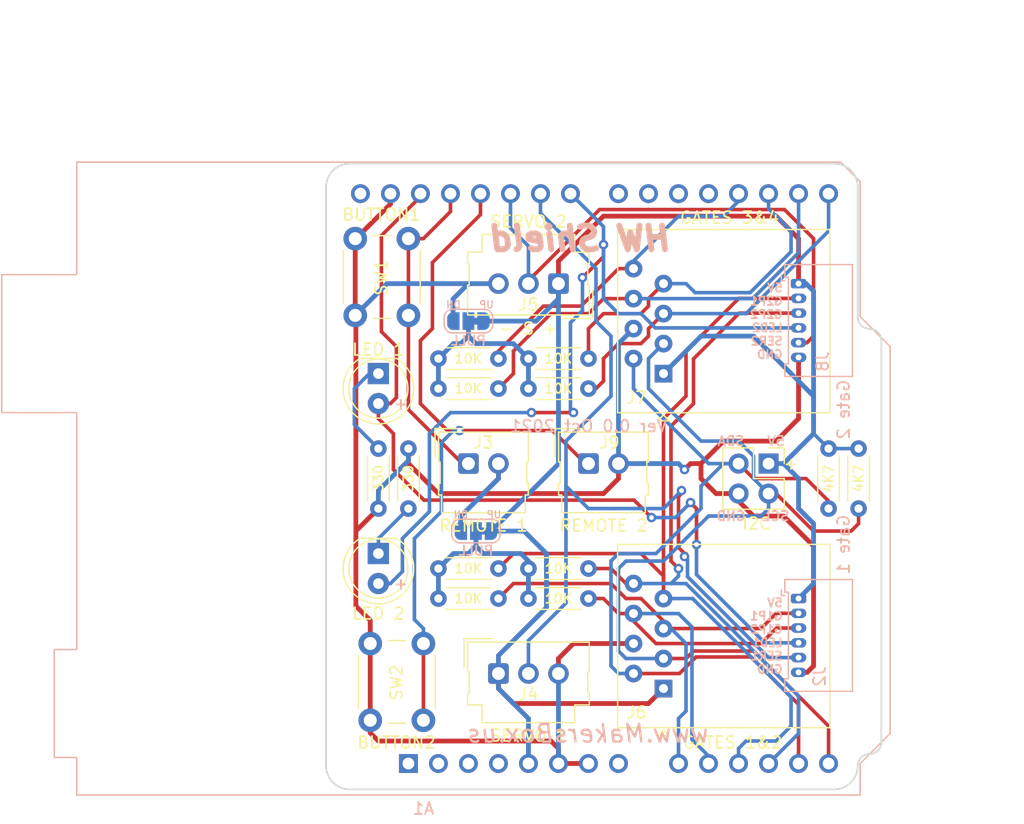
<source format=kicad_pcb>
(kicad_pcb (version 20171130) (host pcbnew "(5.1.10)-1")

  (general
    (thickness 1.6)
    (drawings 32)
    (tracks 396)
    (zones 0)
    (modules 28)
    (nets 23)
  )

  (page A4)
  (layers
    (0 F.Cu signal)
    (31 B.Cu signal)
    (32 B.Adhes user)
    (33 F.Adhes user)
    (34 B.Paste user)
    (35 F.Paste user)
    (36 B.SilkS user)
    (37 F.SilkS user)
    (38 B.Mask user)
    (39 F.Mask user)
    (40 Dwgs.User user)
    (41 Cmts.User user)
    (42 Eco1.User user)
    (43 Eco2.User user)
    (44 Edge.Cuts user)
    (45 Margin user)
    (46 B.CrtYd user)
    (47 F.CrtYd user)
    (48 B.Fab user)
    (49 F.Fab user)
  )

  (setup
    (last_trace_width 0.3048)
    (user_trace_width 0.3048)
    (user_trace_width 0.4064)
    (trace_clearance 0.2)
    (zone_clearance 0.508)
    (zone_45_only no)
    (trace_min 0.2)
    (via_size 0.8)
    (via_drill 0.4)
    (via_min_size 0.4)
    (via_min_drill 0.3)
    (uvia_size 0.3)
    (uvia_drill 0.1)
    (uvias_allowed no)
    (uvia_min_size 0.2)
    (uvia_min_drill 0.1)
    (edge_width 0.15)
    (segment_width 0.2)
    (pcb_text_width 0.3)
    (pcb_text_size 1.5 1.5)
    (mod_edge_width 0.15)
    (mod_text_size 1 1)
    (mod_text_width 0.15)
    (pad_size 1.524 1.524)
    (pad_drill 0.762)
    (pad_to_mask_clearance 0)
    (aux_axis_origin 0 0)
    (visible_elements 7FFFFFFF)
    (pcbplotparams
      (layerselection 0x010f0_ffffffff)
      (usegerberextensions true)
      (usegerberattributes false)
      (usegerberadvancedattributes false)
      (creategerberjobfile false)
      (excludeedgelayer true)
      (linewidth 0.100000)
      (plotframeref false)
      (viasonmask false)
      (mode 1)
      (useauxorigin false)
      (hpglpennumber 1)
      (hpglpenspeed 20)
      (hpglpendiameter 15.000000)
      (psnegative false)
      (psa4output false)
      (plotreference true)
      (plotvalue true)
      (plotinvisibletext false)
      (padsonsilk false)
      (subtractmaskfromsilk false)
      (outputformat 1)
      (mirror false)
      (drillshape 0)
      (scaleselection 1)
      (outputdirectory "gerbers"))
  )

  (net 0 "")
  (net 1 GND)
  (net 2 /SDA)
  (net 3 /SCL)
  (net 4 "Net-(D1-Pad1)")
  (net 5 /G4_P1)
  (net 6 /G4_P2)
  (net 7 +5V)
  (net 8 /LED2)
  (net 9 /SERVO1)
  (net 10 /SERVO2)
  (net 11 /BUTTON1)
  (net 12 /BUTTON2)
  (net 13 /LED1)
  (net 14 /G3_P1)
  (net 15 /G3_P2)
  (net 16 "Net-(D2-Pad1)")
  (net 17 /G1_P1)
  (net 18 /G1_P2)
  (net 19 /G2_P2)
  (net 20 /G2_P1)
  (net 21 "Net-(JP1-Pad2)")
  (net 22 "Net-(JP2-Pad2)")

  (net_class Default "This is the default net class."
    (clearance 0.2)
    (trace_width 0.25)
    (via_dia 0.8)
    (via_drill 0.4)
    (uvia_dia 0.3)
    (uvia_drill 0.1)
    (add_net +5V)
    (add_net /BUTTON1)
    (add_net /BUTTON2)
    (add_net /G1_P1)
    (add_net /G1_P2)
    (add_net /G2_P1)
    (add_net /G2_P2)
    (add_net /G3_P1)
    (add_net /G3_P2)
    (add_net /G4_P1)
    (add_net /G4_P2)
    (add_net /LED1)
    (add_net /LED2)
    (add_net /SCL)
    (add_net /SDA)
    (add_net /SERVO1)
    (add_net /SERVO2)
    (add_net GND)
    (add_net "Net-(D1-Pad1)")
    (add_net "Net-(D2-Pad1)")
    (add_net "Net-(JP1-Pad2)")
    (add_net "Net-(JP2-Pad2)")
  )

  (module footprints:SolderJumper-3_P1.3mm_Bridged12_RoundedPad1.0x1.5mm (layer B.Cu) (tedit 6175A560) (tstamp 617BF87A)
    (at 146.05 93.345 180)
    (descr "SMD Solder 3-pad Jumper, 1x1.5mm rounded Pads, 0.3mm gap, pads 1-2 bridged with 1 copper strip")
    (tags "solder jumper open")
    (path /618C8F13)
    (attr virtual)
    (fp_text reference JP2 (at 0 1.8) (layer B.SilkS) hide
      (effects (font (size 1 1) (thickness 0.15)) (justify mirror))
    )
    (fp_text value PULL (at 0 -1.651) (layer B.SilkS)
      (effects (font (size 0.8 0.8) (thickness 0.15)) (justify mirror))
    )
    (fp_poly (pts (xy -0.9 0.3) (xy -0.4 0.3) (xy -0.4 -0.3) (xy -0.9 -0.3)) (layer B.Mask) (width 0))
    (fp_line (start -2.05 -0.3) (end -2.05 0.3) (layer B.SilkS) (width 0.12))
    (fp_line (start 1.4 -1) (end -1.4 -1) (layer B.SilkS) (width 0.12))
    (fp_line (start 2.05 0.3) (end 2.05 -0.3) (layer B.SilkS) (width 0.12))
    (fp_line (start -1.4 1) (end 1.4 1) (layer B.SilkS) (width 0.12))
    (fp_line (start -2.3 1.25) (end 2.3 1.25) (layer B.CrtYd) (width 0.05))
    (fp_line (start -2.3 1.25) (end -2.3 -1.25) (layer B.CrtYd) (width 0.05))
    (fp_line (start 2.3 -1.25) (end 2.3 1.25) (layer B.CrtYd) (width 0.05))
    (fp_line (start 2.3 -1.25) (end -2.3 -1.25) (layer B.CrtYd) (width 0.05))
    (fp_poly (pts (xy -0.9 0.3) (xy -0.4 0.3) (xy -0.4 -0.3) (xy -0.9 -0.3)) (layer B.Cu) (width 0))
    (fp_arc (start -1.35 0.3) (end -1.35 1) (angle 90) (layer B.SilkS) (width 0.12))
    (fp_arc (start -1.35 -0.3) (end -2.05 -0.3) (angle 90) (layer B.SilkS) (width 0.12))
    (fp_arc (start 1.35 -0.3) (end 1.35 -1) (angle 90) (layer B.SilkS) (width 0.12))
    (fp_arc (start 1.35 0.3) (end 2.05 0.3) (angle 90) (layer B.SilkS) (width 0.12))
    (fp_text user UP (at -1.524 1.397 180) (layer B.SilkS)
      (effects (font (size 0.6 0.6) (thickness 0.1)) (justify mirror))
    )
    (fp_text user DN (at 1.27 1.397 180) (layer B.SilkS)
      (effects (font (size 0.6 0.6) (thickness 0.1)) (justify mirror))
    )
    (pad 1 smd custom (at -1.3 0 180) (size 1 0.5) (layers B.Cu B.Mask)
      (net 7 +5V) (zone_connect 2)
      (options (clearance outline) (anchor rect))
      (primitives
        (gr_circle (center 0 -0.25) (end 0.5 -0.25) (width 0))
        (gr_circle (center 0 0.25) (end 0.5 0.25) (width 0))
        (gr_poly (pts
           (xy 0.55 0.75) (xy 0 0.75) (xy 0 -0.75) (xy 0.55 -0.75)) (width 0))
      ))
    (pad 2 smd rect (at 0 0 180) (size 1 1.5) (layers B.Cu B.Mask)
      (net 22 "Net-(JP2-Pad2)"))
    (pad 3 smd custom (at 1.3 0 180) (size 1 0.5) (layers B.Cu B.Mask)
      (net 1 GND) (zone_connect 2)
      (options (clearance outline) (anchor rect))
      (primitives
        (gr_circle (center 0 -0.25) (end 0.5 -0.25) (width 0))
        (gr_circle (center 0 0.25) (end 0.5 0.25) (width 0))
        (gr_poly (pts
           (xy -0.55 0.75) (xy 0 0.75) (xy 0 -0.75) (xy -0.55 -0.75)) (width 0))
      ))
  )

  (module footprints:SolderJumper-3_P1.3mm_Bridged12_RoundedPad1.0x1.5mm (layer B.Cu) (tedit 6175A560) (tstamp 617BF864)
    (at 146.685 111.125 180)
    (descr "SMD Solder 3-pad Jumper, 1x1.5mm rounded Pads, 0.3mm gap, pads 1-2 bridged with 1 copper strip")
    (tags "solder jumper open")
    (path /618C661C)
    (attr virtual)
    (fp_text reference JP1 (at 0 1.8) (layer B.SilkS) hide
      (effects (font (size 1 1) (thickness 0.15)) (justify mirror))
    )
    (fp_text value PULL (at 0 -1.651) (layer B.SilkS)
      (effects (font (size 0.8 0.8) (thickness 0.15)) (justify mirror))
    )
    (fp_poly (pts (xy -0.9 0.3) (xy -0.4 0.3) (xy -0.4 -0.3) (xy -0.9 -0.3)) (layer B.Mask) (width 0))
    (fp_line (start -2.05 -0.3) (end -2.05 0.3) (layer B.SilkS) (width 0.12))
    (fp_line (start 1.4 -1) (end -1.4 -1) (layer B.SilkS) (width 0.12))
    (fp_line (start 2.05 0.3) (end 2.05 -0.3) (layer B.SilkS) (width 0.12))
    (fp_line (start -1.4 1) (end 1.4 1) (layer B.SilkS) (width 0.12))
    (fp_line (start -2.3 1.25) (end 2.3 1.25) (layer B.CrtYd) (width 0.05))
    (fp_line (start -2.3 1.25) (end -2.3 -1.25) (layer B.CrtYd) (width 0.05))
    (fp_line (start 2.3 -1.25) (end 2.3 1.25) (layer B.CrtYd) (width 0.05))
    (fp_line (start 2.3 -1.25) (end -2.3 -1.25) (layer B.CrtYd) (width 0.05))
    (fp_poly (pts (xy -0.9 0.3) (xy -0.4 0.3) (xy -0.4 -0.3) (xy -0.9 -0.3)) (layer B.Cu) (width 0))
    (fp_arc (start -1.35 0.3) (end -1.35 1) (angle 90) (layer B.SilkS) (width 0.12))
    (fp_arc (start -1.35 -0.3) (end -2.05 -0.3) (angle 90) (layer B.SilkS) (width 0.12))
    (fp_arc (start 1.35 -0.3) (end 1.35 -1) (angle 90) (layer B.SilkS) (width 0.12))
    (fp_arc (start 1.35 0.3) (end 2.05 0.3) (angle 90) (layer B.SilkS) (width 0.12))
    (fp_text user UP (at -1.524 1.397 180) (layer B.SilkS)
      (effects (font (size 0.6 0.6) (thickness 0.1)) (justify mirror))
    )
    (fp_text user DN (at 1.27 1.397 180) (layer B.SilkS)
      (effects (font (size 0.6 0.6) (thickness 0.1)) (justify mirror))
    )
    (pad 1 smd custom (at -1.3 0 180) (size 1 0.5) (layers B.Cu B.Mask)
      (net 7 +5V) (zone_connect 2)
      (options (clearance outline) (anchor rect))
      (primitives
        (gr_circle (center 0 -0.25) (end 0.5 -0.25) (width 0))
        (gr_circle (center 0 0.25) (end 0.5 0.25) (width 0))
        (gr_poly (pts
           (xy 0.55 0.75) (xy 0 0.75) (xy 0 -0.75) (xy 0.55 -0.75)) (width 0))
      ))
    (pad 2 smd rect (at 0 0 180) (size 1 1.5) (layers B.Cu B.Mask)
      (net 21 "Net-(JP1-Pad2)"))
    (pad 3 smd custom (at 1.3 0 180) (size 1 0.5) (layers B.Cu B.Mask)
      (net 1 GND) (zone_connect 2)
      (options (clearance outline) (anchor rect))
      (primitives
        (gr_circle (center 0 -0.25) (end 0.5 -0.25) (width 0))
        (gr_circle (center 0 0.25) (end 0.5 0.25) (width 0))
        (gr_poly (pts
           (xy -0.55 0.75) (xy 0 0.75) (xy 0 -0.75) (xy -0.55 -0.75)) (width 0))
      ))
  )

  (module footprints:R_P5.08mm_Horizontal (layer F.Cu) (tedit 6175A019) (tstamp 61761F66)
    (at 156.21 116.84 180)
    (descr "Resistor, Axial_DIN0204 series, Axial, Horizontal, pin pitch=5.08mm, 0.167W, length*diameter=3.6*1.6mm^2, http://cdn-reichelt.de/documents/datenblatt/B400/1_4W%23YAG.pdf")
    (tags "Resistor Axial_DIN0204 series Axial Horizontal pin pitch 5.08mm 0.167W length 3.6mm diameter 1.6mm")
    (path /61843E22)
    (fp_text reference R4 (at 2.032 -1.778 180) (layer F.SilkS) hide
      (effects (font (size 0.8 0.8) (thickness 0.15)))
    )
    (fp_text value 10K (at 2.54 0 180) (layer F.SilkS)
      (effects (font (size 0.8 0.8) (thickness 0.15)))
    )
    (fp_line (start 6.03 -1.05) (end -0.95 -1.05) (layer F.CrtYd) (width 0.05))
    (fp_line (start 6.03 1.05) (end 6.03 -1.05) (layer F.CrtYd) (width 0.05))
    (fp_line (start -0.95 1.05) (end 6.03 1.05) (layer F.CrtYd) (width 0.05))
    (fp_line (start -0.95 -1.05) (end -0.95 1.05) (layer F.CrtYd) (width 0.05))
    (fp_line (start 0.62 0.92) (end 4.46 0.92) (layer F.SilkS) (width 0.12))
    (fp_line (start 0.62 -0.92) (end 4.46 -0.92) (layer F.SilkS) (width 0.12))
    (fp_line (start 5.08 0) (end 4.34 0) (layer F.Fab) (width 0.1))
    (fp_line (start 0 0) (end 0.74 0) (layer F.Fab) (width 0.1))
    (fp_line (start 4.34 -0.8) (end 0.74 -0.8) (layer F.Fab) (width 0.1))
    (fp_line (start 4.34 0.8) (end 4.34 -0.8) (layer F.Fab) (width 0.1))
    (fp_line (start 0.74 0.8) (end 4.34 0.8) (layer F.Fab) (width 0.1))
    (fp_line (start 0.74 -0.8) (end 0.74 0.8) (layer F.Fab) (width 0.1))
    (fp_text user %R (at 2.032 -1.778 180) (layer F.Fab)
      (effects (font (size 0.8 0.8) (thickness 0.15)))
    )
    (pad 1 thru_hole circle (at 0 0 180) (size 1.4 1.4) (drill 0.7) (layers *.Cu *.Mask)
      (net 18 /G1_P2))
    (pad 2 thru_hole oval (at 5.08 0 180) (size 1.4 1.4) (drill 0.7) (layers *.Cu *.Mask)
      (net 21 "Net-(JP1-Pad2)"))
    (model ${KISYS3DMOD}/Resistor_THT.3dshapes/R_Axial_DIN0204_L3.6mm_D1.6mm_P5.08mm_Horizontal.wrl
      (at (xyz 0 0 0))
      (scale (xyz 1 1 1))
      (rotate (xyz 0 0 0))
    )
  )

  (module footprints:R_P5.08mm_Horizontal (layer F.Cu) (tedit 6175A019) (tstamp 61761F2D)
    (at 138.43 104.14 270)
    (descr "Resistor, Axial_DIN0204 series, Axial, Horizontal, pin pitch=5.08mm, 0.167W, length*diameter=3.6*1.6mm^2, http://cdn-reichelt.de/documents/datenblatt/B400/1_4W%23YAG.pdf")
    (tags "Resistor Axial_DIN0204 series Axial Horizontal pin pitch 5.08mm 0.167W length 3.6mm diameter 1.6mm")
    (path /614B8722)
    (fp_text reference R1 (at 2.032 -1.778 270) (layer F.SilkS) hide
      (effects (font (size 0.8 0.8) (thickness 0.15)))
    )
    (fp_text value 330 (at 2.54 0 270) (layer F.SilkS)
      (effects (font (size 0.8 0.8) (thickness 0.15)))
    )
    (fp_line (start 6.03 -1.05) (end -0.95 -1.05) (layer F.CrtYd) (width 0.05))
    (fp_line (start 6.03 1.05) (end 6.03 -1.05) (layer F.CrtYd) (width 0.05))
    (fp_line (start -0.95 1.05) (end 6.03 1.05) (layer F.CrtYd) (width 0.05))
    (fp_line (start -0.95 -1.05) (end -0.95 1.05) (layer F.CrtYd) (width 0.05))
    (fp_line (start 0.62 0.92) (end 4.46 0.92) (layer F.SilkS) (width 0.12))
    (fp_line (start 0.62 -0.92) (end 4.46 -0.92) (layer F.SilkS) (width 0.12))
    (fp_line (start 5.08 0) (end 4.34 0) (layer F.Fab) (width 0.1))
    (fp_line (start 0 0) (end 0.74 0) (layer F.Fab) (width 0.1))
    (fp_line (start 4.34 -0.8) (end 0.74 -0.8) (layer F.Fab) (width 0.1))
    (fp_line (start 4.34 0.8) (end 4.34 -0.8) (layer F.Fab) (width 0.1))
    (fp_line (start 0.74 0.8) (end 4.34 0.8) (layer F.Fab) (width 0.1))
    (fp_line (start 0.74 -0.8) (end 0.74 0.8) (layer F.Fab) (width 0.1))
    (fp_text user %R (at 2.032 -1.778 270) (layer F.Fab)
      (effects (font (size 0.8 0.8) (thickness 0.15)))
    )
    (pad 1 thru_hole circle (at 0 0 270) (size 1.4 1.4) (drill 0.7) (layers *.Cu *.Mask)
      (net 4 "Net-(D1-Pad1)"))
    (pad 2 thru_hole oval (at 5.08 0 270) (size 1.4 1.4) (drill 0.7) (layers *.Cu *.Mask)
      (net 1 GND))
    (model ${KISYS3DMOD}/Resistor_THT.3dshapes/R_Axial_DIN0204_L3.6mm_D1.6mm_P5.08mm_Horizontal.wrl
      (at (xyz 0 0 0))
      (scale (xyz 1 1 1))
      (rotate (xyz 0 0 0))
    )
  )

  (module footprints:R_P5.08mm_Horizontal (layer F.Cu) (tedit 6175A019) (tstamp 61761F40)
    (at 140.97 109.22 90)
    (descr "Resistor, Axial_DIN0204 series, Axial, Horizontal, pin pitch=5.08mm, 0.167W, length*diameter=3.6*1.6mm^2, http://cdn-reichelt.de/documents/datenblatt/B400/1_4W%23YAG.pdf")
    (tags "Resistor Axial_DIN0204 series Axial Horizontal pin pitch 5.08mm 0.167W length 3.6mm diameter 1.6mm")
    (path /6184497C)
    (fp_text reference R2 (at 2.032 -1.778 270) (layer F.SilkS) hide
      (effects (font (size 0.8 0.8) (thickness 0.15)))
    )
    (fp_text value 330 (at 2.54 0 270) (layer F.SilkS)
      (effects (font (size 0.8 0.8) (thickness 0.15)))
    )
    (fp_line (start 6.03 -1.05) (end -0.95 -1.05) (layer F.CrtYd) (width 0.05))
    (fp_line (start 6.03 1.05) (end 6.03 -1.05) (layer F.CrtYd) (width 0.05))
    (fp_line (start -0.95 1.05) (end 6.03 1.05) (layer F.CrtYd) (width 0.05))
    (fp_line (start -0.95 -1.05) (end -0.95 1.05) (layer F.CrtYd) (width 0.05))
    (fp_line (start 0.62 0.92) (end 4.46 0.92) (layer F.SilkS) (width 0.12))
    (fp_line (start 0.62 -0.92) (end 4.46 -0.92) (layer F.SilkS) (width 0.12))
    (fp_line (start 5.08 0) (end 4.34 0) (layer F.Fab) (width 0.1))
    (fp_line (start 0 0) (end 0.74 0) (layer F.Fab) (width 0.1))
    (fp_line (start 4.34 -0.8) (end 0.74 -0.8) (layer F.Fab) (width 0.1))
    (fp_line (start 4.34 0.8) (end 4.34 -0.8) (layer F.Fab) (width 0.1))
    (fp_line (start 0.74 0.8) (end 4.34 0.8) (layer F.Fab) (width 0.1))
    (fp_line (start 0.74 -0.8) (end 0.74 0.8) (layer F.Fab) (width 0.1))
    (fp_text user %R (at 2.032 -1.778 270) (layer F.Fab)
      (effects (font (size 0.8 0.8) (thickness 0.15)))
    )
    (pad 1 thru_hole circle (at 0 0 90) (size 1.4 1.4) (drill 0.7) (layers *.Cu *.Mask)
      (net 16 "Net-(D2-Pad1)"))
    (pad 2 thru_hole oval (at 5.08 0 90) (size 1.4 1.4) (drill 0.7) (layers *.Cu *.Mask)
      (net 1 GND))
    (model ${KISYS3DMOD}/Resistor_THT.3dshapes/R_Axial_DIN0204_L3.6mm_D1.6mm_P5.08mm_Horizontal.wrl
      (at (xyz 0 0 0))
      (scale (xyz 1 1 1))
      (rotate (xyz 0 0 0))
    )
  )

  (module footprints:R_P5.08mm_Horizontal (layer F.Cu) (tedit 6175A019) (tstamp 61761F53)
    (at 148.59 116.84 180)
    (descr "Resistor, Axial_DIN0204 series, Axial, Horizontal, pin pitch=5.08mm, 0.167W, length*diameter=3.6*1.6mm^2, http://cdn-reichelt.de/documents/datenblatt/B400/1_4W%23YAG.pdf")
    (tags "Resistor Axial_DIN0204 series Axial Horizontal pin pitch 5.08mm 0.167W length 3.6mm diameter 1.6mm")
    (path /6155855B)
    (fp_text reference R3 (at 2.032 -1.778 180) (layer F.SilkS) hide
      (effects (font (size 0.8 0.8) (thickness 0.15)))
    )
    (fp_text value 10K (at 2.54 0 180) (layer F.SilkS)
      (effects (font (size 0.8 0.8) (thickness 0.15)))
    )
    (fp_line (start 6.03 -1.05) (end -0.95 -1.05) (layer F.CrtYd) (width 0.05))
    (fp_line (start 6.03 1.05) (end 6.03 -1.05) (layer F.CrtYd) (width 0.05))
    (fp_line (start -0.95 1.05) (end 6.03 1.05) (layer F.CrtYd) (width 0.05))
    (fp_line (start -0.95 -1.05) (end -0.95 1.05) (layer F.CrtYd) (width 0.05))
    (fp_line (start 0.62 0.92) (end 4.46 0.92) (layer F.SilkS) (width 0.12))
    (fp_line (start 0.62 -0.92) (end 4.46 -0.92) (layer F.SilkS) (width 0.12))
    (fp_line (start 5.08 0) (end 4.34 0) (layer F.Fab) (width 0.1))
    (fp_line (start 0 0) (end 0.74 0) (layer F.Fab) (width 0.1))
    (fp_line (start 4.34 -0.8) (end 0.74 -0.8) (layer F.Fab) (width 0.1))
    (fp_line (start 4.34 0.8) (end 4.34 -0.8) (layer F.Fab) (width 0.1))
    (fp_line (start 0.74 0.8) (end 4.34 0.8) (layer F.Fab) (width 0.1))
    (fp_line (start 0.74 -0.8) (end 0.74 0.8) (layer F.Fab) (width 0.1))
    (fp_text user %R (at 2.032 -1.778 180) (layer F.Fab)
      (effects (font (size 0.8 0.8) (thickness 0.15)))
    )
    (pad 1 thru_hole circle (at 0 0 180) (size 1.4 1.4) (drill 0.7) (layers *.Cu *.Mask)
      (net 17 /G1_P1))
    (pad 2 thru_hole oval (at 5.08 0 180) (size 1.4 1.4) (drill 0.7) (layers *.Cu *.Mask)
      (net 21 "Net-(JP1-Pad2)"))
    (model ${KISYS3DMOD}/Resistor_THT.3dshapes/R_Axial_DIN0204_L3.6mm_D1.6mm_P5.08mm_Horizontal.wrl
      (at (xyz 0 0 0))
      (scale (xyz 1 1 1))
      (rotate (xyz 0 0 0))
    )
  )

  (module footprints:R_P5.08mm_Horizontal (layer F.Cu) (tedit 6175A019) (tstamp 61761F79)
    (at 148.59 114.3 180)
    (descr "Resistor, Axial_DIN0204 series, Axial, Horizontal, pin pitch=5.08mm, 0.167W, length*diameter=3.6*1.6mm^2, http://cdn-reichelt.de/documents/datenblatt/B400/1_4W%23YAG.pdf")
    (tags "Resistor Axial_DIN0204 series Axial Horizontal pin pitch 5.08mm 0.167W length 3.6mm diameter 1.6mm")
    (path /6184414F)
    (fp_text reference R5 (at 2.032 -1.778 180) (layer F.SilkS) hide
      (effects (font (size 0.8 0.8) (thickness 0.15)))
    )
    (fp_text value 10K (at 2.54 0 180) (layer F.SilkS)
      (effects (font (size 0.8 0.8) (thickness 0.15)))
    )
    (fp_line (start 6.03 -1.05) (end -0.95 -1.05) (layer F.CrtYd) (width 0.05))
    (fp_line (start 6.03 1.05) (end 6.03 -1.05) (layer F.CrtYd) (width 0.05))
    (fp_line (start -0.95 1.05) (end 6.03 1.05) (layer F.CrtYd) (width 0.05))
    (fp_line (start -0.95 -1.05) (end -0.95 1.05) (layer F.CrtYd) (width 0.05))
    (fp_line (start 0.62 0.92) (end 4.46 0.92) (layer F.SilkS) (width 0.12))
    (fp_line (start 0.62 -0.92) (end 4.46 -0.92) (layer F.SilkS) (width 0.12))
    (fp_line (start 5.08 0) (end 4.34 0) (layer F.Fab) (width 0.1))
    (fp_line (start 0 0) (end 0.74 0) (layer F.Fab) (width 0.1))
    (fp_line (start 4.34 -0.8) (end 0.74 -0.8) (layer F.Fab) (width 0.1))
    (fp_line (start 4.34 0.8) (end 4.34 -0.8) (layer F.Fab) (width 0.1))
    (fp_line (start 0.74 0.8) (end 4.34 0.8) (layer F.Fab) (width 0.1))
    (fp_line (start 0.74 -0.8) (end 0.74 0.8) (layer F.Fab) (width 0.1))
    (fp_text user %R (at 2.032 -1.778 180) (layer F.Fab)
      (effects (font (size 0.8 0.8) (thickness 0.15)))
    )
    (pad 1 thru_hole circle (at 0 0 180) (size 1.4 1.4) (drill 0.7) (layers *.Cu *.Mask)
      (net 20 /G2_P1))
    (pad 2 thru_hole oval (at 5.08 0 180) (size 1.4 1.4) (drill 0.7) (layers *.Cu *.Mask)
      (net 21 "Net-(JP1-Pad2)"))
    (model ${KISYS3DMOD}/Resistor_THT.3dshapes/R_Axial_DIN0204_L3.6mm_D1.6mm_P5.08mm_Horizontal.wrl
      (at (xyz 0 0 0))
      (scale (xyz 1 1 1))
      (rotate (xyz 0 0 0))
    )
  )

  (module footprints:R_P5.08mm_Horizontal (layer F.Cu) (tedit 6175A019) (tstamp 61761F8C)
    (at 156.21 114.3 180)
    (descr "Resistor, Axial_DIN0204 series, Axial, Horizontal, pin pitch=5.08mm, 0.167W, length*diameter=3.6*1.6mm^2, http://cdn-reichelt.de/documents/datenblatt/B400/1_4W%23YAG.pdf")
    (tags "Resistor Axial_DIN0204 series Axial Horizontal pin pitch 5.08mm 0.167W length 3.6mm diameter 1.6mm")
    (path /61844306)
    (fp_text reference R6 (at 2.032 -1.778 180) (layer F.SilkS) hide
      (effects (font (size 0.8 0.8) (thickness 0.15)))
    )
    (fp_text value 10K (at 2.54 0 180) (layer F.SilkS)
      (effects (font (size 0.8 0.8) (thickness 0.15)))
    )
    (fp_line (start 6.03 -1.05) (end -0.95 -1.05) (layer F.CrtYd) (width 0.05))
    (fp_line (start 6.03 1.05) (end 6.03 -1.05) (layer F.CrtYd) (width 0.05))
    (fp_line (start -0.95 1.05) (end 6.03 1.05) (layer F.CrtYd) (width 0.05))
    (fp_line (start -0.95 -1.05) (end -0.95 1.05) (layer F.CrtYd) (width 0.05))
    (fp_line (start 0.62 0.92) (end 4.46 0.92) (layer F.SilkS) (width 0.12))
    (fp_line (start 0.62 -0.92) (end 4.46 -0.92) (layer F.SilkS) (width 0.12))
    (fp_line (start 5.08 0) (end 4.34 0) (layer F.Fab) (width 0.1))
    (fp_line (start 0 0) (end 0.74 0) (layer F.Fab) (width 0.1))
    (fp_line (start 4.34 -0.8) (end 0.74 -0.8) (layer F.Fab) (width 0.1))
    (fp_line (start 4.34 0.8) (end 4.34 -0.8) (layer F.Fab) (width 0.1))
    (fp_line (start 0.74 0.8) (end 4.34 0.8) (layer F.Fab) (width 0.1))
    (fp_line (start 0.74 -0.8) (end 0.74 0.8) (layer F.Fab) (width 0.1))
    (fp_text user %R (at 2.032 -1.778 180) (layer F.Fab)
      (effects (font (size 0.8 0.8) (thickness 0.15)))
    )
    (pad 1 thru_hole circle (at 0 0 180) (size 1.4 1.4) (drill 0.7) (layers *.Cu *.Mask)
      (net 19 /G2_P2))
    (pad 2 thru_hole oval (at 5.08 0 180) (size 1.4 1.4) (drill 0.7) (layers *.Cu *.Mask)
      (net 21 "Net-(JP1-Pad2)"))
    (model ${KISYS3DMOD}/Resistor_THT.3dshapes/R_Axial_DIN0204_L3.6mm_D1.6mm_P5.08mm_Horizontal.wrl
      (at (xyz 0 0 0))
      (scale (xyz 1 1 1))
      (rotate (xyz 0 0 0))
    )
  )

  (module footprints:R_P5.08mm_Horizontal (layer F.Cu) (tedit 6175A019) (tstamp 61761F9F)
    (at 156.21 99.06 180)
    (descr "Resistor, Axial_DIN0204 series, Axial, Horizontal, pin pitch=5.08mm, 0.167W, length*diameter=3.6*1.6mm^2, http://cdn-reichelt.de/documents/datenblatt/B400/1_4W%23YAG.pdf")
    (tags "Resistor Axial_DIN0204 series Axial Horizontal pin pitch 5.08mm 0.167W length 3.6mm diameter 1.6mm")
    (path /61844F15)
    (fp_text reference R7 (at 2.032 -1.778 180) (layer F.SilkS) hide
      (effects (font (size 0.8 0.8) (thickness 0.15)))
    )
    (fp_text value 10K (at 2.54 0 180) (layer F.SilkS)
      (effects (font (size 0.8 0.8) (thickness 0.15)))
    )
    (fp_line (start 6.03 -1.05) (end -0.95 -1.05) (layer F.CrtYd) (width 0.05))
    (fp_line (start 6.03 1.05) (end 6.03 -1.05) (layer F.CrtYd) (width 0.05))
    (fp_line (start -0.95 1.05) (end 6.03 1.05) (layer F.CrtYd) (width 0.05))
    (fp_line (start -0.95 -1.05) (end -0.95 1.05) (layer F.CrtYd) (width 0.05))
    (fp_line (start 0.62 0.92) (end 4.46 0.92) (layer F.SilkS) (width 0.12))
    (fp_line (start 0.62 -0.92) (end 4.46 -0.92) (layer F.SilkS) (width 0.12))
    (fp_line (start 5.08 0) (end 4.34 0) (layer F.Fab) (width 0.1))
    (fp_line (start 0 0) (end 0.74 0) (layer F.Fab) (width 0.1))
    (fp_line (start 4.34 -0.8) (end 0.74 -0.8) (layer F.Fab) (width 0.1))
    (fp_line (start 4.34 0.8) (end 4.34 -0.8) (layer F.Fab) (width 0.1))
    (fp_line (start 0.74 0.8) (end 4.34 0.8) (layer F.Fab) (width 0.1))
    (fp_line (start 0.74 -0.8) (end 0.74 0.8) (layer F.Fab) (width 0.1))
    (fp_text user %R (at 2.032 -1.778 180) (layer F.Fab)
      (effects (font (size 0.8 0.8) (thickness 0.15)))
    )
    (pad 1 thru_hole circle (at 0 0 180) (size 1.4 1.4) (drill 0.7) (layers *.Cu *.Mask)
      (net 14 /G3_P1))
    (pad 2 thru_hole oval (at 5.08 0 180) (size 1.4 1.4) (drill 0.7) (layers *.Cu *.Mask)
      (net 22 "Net-(JP2-Pad2)"))
    (model ${KISYS3DMOD}/Resistor_THT.3dshapes/R_Axial_DIN0204_L3.6mm_D1.6mm_P5.08mm_Horizontal.wrl
      (at (xyz 0 0 0))
      (scale (xyz 1 1 1))
      (rotate (xyz 0 0 0))
    )
  )

  (module footprints:R_P5.08mm_Horizontal (layer F.Cu) (tedit 6175A019) (tstamp 61761FB2)
    (at 148.59 99.06 180)
    (descr "Resistor, Axial_DIN0204 series, Axial, Horizontal, pin pitch=5.08mm, 0.167W, length*diameter=3.6*1.6mm^2, http://cdn-reichelt.de/documents/datenblatt/B400/1_4W%23YAG.pdf")
    (tags "Resistor Axial_DIN0204 series Axial Horizontal pin pitch 5.08mm 0.167W length 3.6mm diameter 1.6mm")
    (path /61845281)
    (fp_text reference R8 (at 2.032 -1.778 180) (layer F.SilkS) hide
      (effects (font (size 0.8 0.8) (thickness 0.15)))
    )
    (fp_text value 10K (at 2.54 0 180) (layer F.SilkS)
      (effects (font (size 0.8 0.8) (thickness 0.15)))
    )
    (fp_line (start 6.03 -1.05) (end -0.95 -1.05) (layer F.CrtYd) (width 0.05))
    (fp_line (start 6.03 1.05) (end 6.03 -1.05) (layer F.CrtYd) (width 0.05))
    (fp_line (start -0.95 1.05) (end 6.03 1.05) (layer F.CrtYd) (width 0.05))
    (fp_line (start -0.95 -1.05) (end -0.95 1.05) (layer F.CrtYd) (width 0.05))
    (fp_line (start 0.62 0.92) (end 4.46 0.92) (layer F.SilkS) (width 0.12))
    (fp_line (start 0.62 -0.92) (end 4.46 -0.92) (layer F.SilkS) (width 0.12))
    (fp_line (start 5.08 0) (end 4.34 0) (layer F.Fab) (width 0.1))
    (fp_line (start 0 0) (end 0.74 0) (layer F.Fab) (width 0.1))
    (fp_line (start 4.34 -0.8) (end 0.74 -0.8) (layer F.Fab) (width 0.1))
    (fp_line (start 4.34 0.8) (end 4.34 -0.8) (layer F.Fab) (width 0.1))
    (fp_line (start 0.74 0.8) (end 4.34 0.8) (layer F.Fab) (width 0.1))
    (fp_line (start 0.74 -0.8) (end 0.74 0.8) (layer F.Fab) (width 0.1))
    (fp_text user %R (at 2.032 -1.778 180) (layer F.Fab)
      (effects (font (size 0.8 0.8) (thickness 0.15)))
    )
    (pad 1 thru_hole circle (at 0 0 180) (size 1.4 1.4) (drill 0.7) (layers *.Cu *.Mask)
      (net 15 /G3_P2))
    (pad 2 thru_hole oval (at 5.08 0 180) (size 1.4 1.4) (drill 0.7) (layers *.Cu *.Mask)
      (net 22 "Net-(JP2-Pad2)"))
    (model ${KISYS3DMOD}/Resistor_THT.3dshapes/R_Axial_DIN0204_L3.6mm_D1.6mm_P5.08mm_Horizontal.wrl
      (at (xyz 0 0 0))
      (scale (xyz 1 1 1))
      (rotate (xyz 0 0 0))
    )
  )

  (module footprints:R_P5.08mm_Horizontal (layer F.Cu) (tedit 6175A019) (tstamp 61761FC5)
    (at 156.21 96.52 180)
    (descr "Resistor, Axial_DIN0204 series, Axial, Horizontal, pin pitch=5.08mm, 0.167W, length*diameter=3.6*1.6mm^2, http://cdn-reichelt.de/documents/datenblatt/B400/1_4W%23YAG.pdf")
    (tags "Resistor Axial_DIN0204 series Axial Horizontal pin pitch 5.08mm 0.167W length 3.6mm diameter 1.6mm")
    (path /6184528B)
    (fp_text reference R9 (at 2.032 -1.778 180) (layer F.SilkS) hide
      (effects (font (size 0.8 0.8) (thickness 0.15)))
    )
    (fp_text value 10K (at 2.54 0 180) (layer F.SilkS)
      (effects (font (size 0.8 0.8) (thickness 0.15)))
    )
    (fp_line (start 6.03 -1.05) (end -0.95 -1.05) (layer F.CrtYd) (width 0.05))
    (fp_line (start 6.03 1.05) (end 6.03 -1.05) (layer F.CrtYd) (width 0.05))
    (fp_line (start -0.95 1.05) (end 6.03 1.05) (layer F.CrtYd) (width 0.05))
    (fp_line (start -0.95 -1.05) (end -0.95 1.05) (layer F.CrtYd) (width 0.05))
    (fp_line (start 0.62 0.92) (end 4.46 0.92) (layer F.SilkS) (width 0.12))
    (fp_line (start 0.62 -0.92) (end 4.46 -0.92) (layer F.SilkS) (width 0.12))
    (fp_line (start 5.08 0) (end 4.34 0) (layer F.Fab) (width 0.1))
    (fp_line (start 0 0) (end 0.74 0) (layer F.Fab) (width 0.1))
    (fp_line (start 4.34 -0.8) (end 0.74 -0.8) (layer F.Fab) (width 0.1))
    (fp_line (start 4.34 0.8) (end 4.34 -0.8) (layer F.Fab) (width 0.1))
    (fp_line (start 0.74 0.8) (end 4.34 0.8) (layer F.Fab) (width 0.1))
    (fp_line (start 0.74 -0.8) (end 0.74 0.8) (layer F.Fab) (width 0.1))
    (fp_text user %R (at 2.032 -1.778 180) (layer F.Fab)
      (effects (font (size 0.8 0.8) (thickness 0.15)))
    )
    (pad 1 thru_hole circle (at 0 0 180) (size 1.4 1.4) (drill 0.7) (layers *.Cu *.Mask)
      (net 5 /G4_P1))
    (pad 2 thru_hole oval (at 5.08 0 180) (size 1.4 1.4) (drill 0.7) (layers *.Cu *.Mask)
      (net 22 "Net-(JP2-Pad2)"))
    (model ${KISYS3DMOD}/Resistor_THT.3dshapes/R_Axial_DIN0204_L3.6mm_D1.6mm_P5.08mm_Horizontal.wrl
      (at (xyz 0 0 0))
      (scale (xyz 1 1 1))
      (rotate (xyz 0 0 0))
    )
  )

  (module footprints:R_P5.08mm_Horizontal (layer F.Cu) (tedit 6175A019) (tstamp 61761FD8)
    (at 148.59 96.52 180)
    (descr "Resistor, Axial_DIN0204 series, Axial, Horizontal, pin pitch=5.08mm, 0.167W, length*diameter=3.6*1.6mm^2, http://cdn-reichelt.de/documents/datenblatt/B400/1_4W%23YAG.pdf")
    (tags "Resistor Axial_DIN0204 series Axial Horizontal pin pitch 5.08mm 0.167W length 3.6mm diameter 1.6mm")
    (path /61845295)
    (fp_text reference R10 (at 2.032 -1.778 180) (layer F.SilkS) hide
      (effects (font (size 0.8 0.8) (thickness 0.15)))
    )
    (fp_text value 10K (at 2.54 0 180) (layer F.SilkS)
      (effects (font (size 0.8 0.8) (thickness 0.15)))
    )
    (fp_line (start 6.03 -1.05) (end -0.95 -1.05) (layer F.CrtYd) (width 0.05))
    (fp_line (start 6.03 1.05) (end 6.03 -1.05) (layer F.CrtYd) (width 0.05))
    (fp_line (start -0.95 1.05) (end 6.03 1.05) (layer F.CrtYd) (width 0.05))
    (fp_line (start -0.95 -1.05) (end -0.95 1.05) (layer F.CrtYd) (width 0.05))
    (fp_line (start 0.62 0.92) (end 4.46 0.92) (layer F.SilkS) (width 0.12))
    (fp_line (start 0.62 -0.92) (end 4.46 -0.92) (layer F.SilkS) (width 0.12))
    (fp_line (start 5.08 0) (end 4.34 0) (layer F.Fab) (width 0.1))
    (fp_line (start 0 0) (end 0.74 0) (layer F.Fab) (width 0.1))
    (fp_line (start 4.34 -0.8) (end 0.74 -0.8) (layer F.Fab) (width 0.1))
    (fp_line (start 4.34 0.8) (end 4.34 -0.8) (layer F.Fab) (width 0.1))
    (fp_line (start 0.74 0.8) (end 4.34 0.8) (layer F.Fab) (width 0.1))
    (fp_line (start 0.74 -0.8) (end 0.74 0.8) (layer F.Fab) (width 0.1))
    (fp_text user %R (at 2.032 -1.778 180) (layer F.Fab)
      (effects (font (size 0.8 0.8) (thickness 0.15)))
    )
    (pad 1 thru_hole circle (at 0 0 180) (size 1.4 1.4) (drill 0.7) (layers *.Cu *.Mask)
      (net 6 /G4_P2))
    (pad 2 thru_hole oval (at 5.08 0 180) (size 1.4 1.4) (drill 0.7) (layers *.Cu *.Mask)
      (net 22 "Net-(JP2-Pad2)"))
    (model ${KISYS3DMOD}/Resistor_THT.3dshapes/R_Axial_DIN0204_L3.6mm_D1.6mm_P5.08mm_Horizontal.wrl
      (at (xyz 0 0 0))
      (scale (xyz 1 1 1))
      (rotate (xyz 0 0 0))
    )
  )

  (module footprints:Arduino_UNO_R2 locked (layer B.Cu) (tedit 58AB6071) (tstamp 617BF68A)
    (at 140.97 130.81)
    (descr "Arduino UNO R2, http://www.mouser.com/pdfdocs/Gravitech_Arduino_Nano3_0.pdf")
    (tags "Arduino UNO R2")
    (path /6178013C)
    (fp_text reference A1 (at 1.27 3.81 -180) (layer B.SilkS)
      (effects (font (size 1 1) (thickness 0.15)) (justify mirror))
    )
    (fp_text value Arduino_UNO_R2 (at 0 -21.59) (layer B.Fab)
      (effects (font (size 1 1) (thickness 0.15)) (justify mirror))
    )
    (fp_line (start 38.35 2.79) (end 38.35 0) (layer B.CrtYd) (width 0.05))
    (fp_line (start 38.35 0) (end 40.89 -2.54) (layer B.CrtYd) (width 0.05))
    (fp_line (start 40.89 -2.54) (end 40.89 -35.31) (layer B.CrtYd) (width 0.05))
    (fp_line (start 40.89 -35.31) (end 38.35 -37.85) (layer B.CrtYd) (width 0.05))
    (fp_line (start 38.35 -37.85) (end 38.35 -49.28) (layer B.CrtYd) (width 0.05))
    (fp_line (start 38.35 -49.28) (end 36.58 -51.05) (layer B.CrtYd) (width 0.05))
    (fp_line (start 36.58 -51.05) (end -28.19 -51.05) (layer B.CrtYd) (width 0.05))
    (fp_line (start -28.19 -51.05) (end -28.19 -41.53) (layer B.CrtYd) (width 0.05))
    (fp_line (start -28.19 -41.53) (end -34.54 -41.53) (layer B.CrtYd) (width 0.05))
    (fp_line (start -34.54 -41.53) (end -34.54 -29.59) (layer B.CrtYd) (width 0.05))
    (fp_line (start -34.54 -29.59) (end -28.19 -29.59) (layer B.CrtYd) (width 0.05))
    (fp_line (start -28.19 -29.59) (end -28.19 -9.78) (layer B.CrtYd) (width 0.05))
    (fp_line (start -28.19 -9.78) (end -30.1 -9.78) (layer B.CrtYd) (width 0.05))
    (fp_line (start -30.1 -9.78) (end -30.1 -0.38) (layer B.CrtYd) (width 0.05))
    (fp_line (start -30.1 -0.38) (end -28.19 -0.38) (layer B.CrtYd) (width 0.05))
    (fp_line (start -28.19 -0.38) (end -28.19 2.79) (layer B.CrtYd) (width 0.05))
    (fp_line (start -28.19 2.79) (end 38.35 2.79) (layer B.CrtYd) (width 0.05))
    (fp_line (start 40.77 -35.31) (end 40.77 -2.54) (layer B.SilkS) (width 0.12))
    (fp_line (start 40.77 -2.54) (end 38.23 0) (layer B.SilkS) (width 0.12))
    (fp_line (start 38.23 0) (end 38.23 2.67) (layer B.SilkS) (width 0.12))
    (fp_line (start 38.23 2.67) (end -28.07 2.67) (layer B.SilkS) (width 0.12))
    (fp_line (start -28.07 2.67) (end -28.07 -0.51) (layer B.SilkS) (width 0.12))
    (fp_line (start -28.07 -0.51) (end -29.97 -0.51) (layer B.SilkS) (width 0.12))
    (fp_line (start -29.97 -0.51) (end -29.97 -9.65) (layer B.SilkS) (width 0.12))
    (fp_line (start -29.97 -9.65) (end -28.07 -9.65) (layer B.SilkS) (width 0.12))
    (fp_line (start -28.07 -9.65) (end -28.07 -29.72) (layer B.SilkS) (width 0.12))
    (fp_line (start -28.07 -29.72) (end -34.42 -29.72) (layer B.SilkS) (width 0.12))
    (fp_line (start -34.42 -29.72) (end -34.42 -41.4) (layer B.SilkS) (width 0.12))
    (fp_line (start -34.42 -41.4) (end -28.07 -41.4) (layer B.SilkS) (width 0.12))
    (fp_line (start -28.07 -41.4) (end -28.07 -50.93) (layer B.SilkS) (width 0.12))
    (fp_line (start -28.07 -50.93) (end 36.58 -50.93) (layer B.SilkS) (width 0.12))
    (fp_line (start 36.58 -50.93) (end 38.23 -49.28) (layer B.SilkS) (width 0.12))
    (fp_line (start 38.23 -49.28) (end 38.23 -37.85) (layer B.SilkS) (width 0.12))
    (fp_line (start 38.23 -37.85) (end 40.77 -35.31) (layer B.SilkS) (width 0.12))
    (fp_line (start -34.29 -29.84) (end -18.41 -29.84) (layer B.Fab) (width 0.1))
    (fp_line (start -18.41 -29.84) (end -18.41 -41.27) (layer B.Fab) (width 0.1))
    (fp_line (start -18.41 -41.27) (end -34.29 -41.27) (layer B.Fab) (width 0.1))
    (fp_line (start -34.29 -41.27) (end -34.29 -29.84) (layer B.Fab) (width 0.1))
    (fp_line (start -29.84 -0.64) (end -16.51 -0.64) (layer B.Fab) (width 0.1))
    (fp_line (start -16.51 -0.64) (end -16.51 -9.53) (layer B.Fab) (width 0.1))
    (fp_line (start -16.51 -9.53) (end -29.84 -9.53) (layer B.Fab) (width 0.1))
    (fp_line (start -29.84 -9.53) (end -29.84 -0.64) (layer B.Fab) (width 0.1))
    (fp_line (start 38.1 -37.85) (end 38.1 -49.28) (layer B.Fab) (width 0.1))
    (fp_line (start 40.64 -2.54) (end 40.64 -35.31) (layer B.Fab) (width 0.1))
    (fp_line (start 40.64 -35.31) (end 38.1 -37.85) (layer B.Fab) (width 0.1))
    (fp_line (start 38.1 2.54) (end 38.1 0) (layer B.Fab) (width 0.1))
    (fp_line (start 38.1 0) (end 40.64 -2.54) (layer B.Fab) (width 0.1))
    (fp_line (start 38.1 -49.28) (end 36.58 -50.8) (layer B.Fab) (width 0.1))
    (fp_line (start 36.58 -50.8) (end -27.94 -50.8) (layer B.Fab) (width 0.1))
    (fp_line (start -27.94 -50.8) (end -27.94 2.54) (layer B.Fab) (width 0.1))
    (fp_line (start -27.94 2.54) (end 38.1 2.54) (layer B.Fab) (width 0.1))
    (fp_text user %R (at 0 -19.05 -180) (layer B.Fab)
      (effects (font (size 1 1) (thickness 0.15)) (justify mirror))
    )
    (pad 16 thru_hole oval (at 33.02 -48.26 270) (size 1.6 1.6) (drill 1) (layers *.Cu *.Mask)
      (net 15 /G3_P2))
    (pad 15 thru_hole oval (at 35.56 -48.26 270) (size 1.6 1.6) (drill 1) (layers *.Cu *.Mask)
      (net 14 /G3_P1))
    (pad 14 thru_hole oval (at 35.56 0 270) (size 1.6 1.6) (drill 1) (layers *.Cu *.Mask)
      (net 3 /SCL))
    (pad 13 thru_hole oval (at 33.02 0 270) (size 1.6 1.6) (drill 1) (layers *.Cu *.Mask)
      (net 2 /SDA))
    (pad 28 thru_hole oval (at 1.02 -48.26 270) (size 1.6 1.6) (drill 1) (layers *.Cu *.Mask)
      (net 13 /LED1))
    (pad 12 thru_hole oval (at 30.48 0 270) (size 1.6 1.6) (drill 1) (layers *.Cu *.Mask)
      (net 19 /G2_P2))
    (pad 27 thru_hole oval (at 3.56 -48.26 270) (size 1.6 1.6) (drill 1) (layers *.Cu *.Mask)
      (net 11 /BUTTON1))
    (pad 11 thru_hole oval (at 27.94 0 270) (size 1.6 1.6) (drill 1) (layers *.Cu *.Mask)
      (net 20 /G2_P1))
    (pad 26 thru_hole oval (at 6.1 -48.26 270) (size 1.6 1.6) (drill 1) (layers *.Cu *.Mask)
      (net 12 /BUTTON2))
    (pad 10 thru_hole oval (at 25.4 0 270) (size 1.6 1.6) (drill 1) (layers *.Cu *.Mask)
      (net 18 /G1_P2))
    (pad 25 thru_hole oval (at 8.64 -48.26 270) (size 1.6 1.6) (drill 1) (layers *.Cu *.Mask)
      (net 10 /SERVO2))
    (pad 9 thru_hole oval (at 22.86 0 270) (size 1.6 1.6) (drill 1) (layers *.Cu *.Mask)
      (net 17 /G1_P1))
    (pad 24 thru_hole oval (at 11.18 -48.26 270) (size 1.6 1.6) (drill 1) (layers *.Cu *.Mask)
      (net 9 /SERVO1))
    (pad 8 thru_hole oval (at 17.78 0 270) (size 1.6 1.6) (drill 1) (layers *.Cu *.Mask))
    (pad 23 thru_hole oval (at 13.72 -48.26 270) (size 1.6 1.6) (drill 1) (layers *.Cu *.Mask)
      (net 8 /LED2))
    (pad 7 thru_hole oval (at 15.24 0 270) (size 1.6 1.6) (drill 1) (layers *.Cu *.Mask)
      (net 1 GND))
    (pad 22 thru_hole oval (at 17.78 -48.26 270) (size 1.6 1.6) (drill 1) (layers *.Cu *.Mask))
    (pad 6 thru_hole oval (at 12.7 0 270) (size 1.6 1.6) (drill 1) (layers *.Cu *.Mask)
      (net 1 GND))
    (pad 21 thru_hole oval (at 20.32 -48.26 270) (size 1.6 1.6) (drill 1) (layers *.Cu *.Mask))
    (pad 5 thru_hole oval (at 10.16 0 270) (size 1.6 1.6) (drill 1) (layers *.Cu *.Mask)
      (net 7 +5V))
    (pad 20 thru_hole oval (at 22.86 -48.26 270) (size 1.6 1.6) (drill 1) (layers *.Cu *.Mask))
    (pad 4 thru_hole oval (at 7.62 0 270) (size 1.6 1.6) (drill 1) (layers *.Cu *.Mask))
    (pad 19 thru_hole oval (at 25.4 -48.26 270) (size 1.6 1.6) (drill 1) (layers *.Cu *.Mask))
    (pad 3 thru_hole oval (at 5.08 0 270) (size 1.6 1.6) (drill 1) (layers *.Cu *.Mask))
    (pad 18 thru_hole oval (at 27.94 -48.26 270) (size 1.6 1.6) (drill 1) (layers *.Cu *.Mask)
      (net 6 /G4_P2))
    (pad 2 thru_hole oval (at 2.54 0 270) (size 1.6 1.6) (drill 1) (layers *.Cu *.Mask))
    (pad 17 thru_hole oval (at 30.48 -48.26 270) (size 1.6 1.6) (drill 1) (layers *.Cu *.Mask)
      (net 5 /G4_P1))
    (pad 1 thru_hole rect (at 0 0 270) (size 1.6 1.6) (drill 1) (layers *.Cu *.Mask))
    (pad 30 thru_hole oval (at -4.06 -48.26 270) (size 1.6 1.6) (drill 1) (layers *.Cu *.Mask))
    (pad 29 thru_hole oval (at -1.52 -48.26 270) (size 1.6 1.6) (drill 1) (layers *.Cu *.Mask)
      (net 1 GND))
    (model ${KISYS3DMOD}/Module.3dshapes/Arduino_UNO_R2.wrl
      (at (xyz 0 0 0))
      (scale (xyz 1 1 1))
      (rotate (xyz 0 0 0))
    )
  )

  (module footprints:LED_D5.0mm (layer F.Cu) (tedit 6175A2BA) (tstamp 617BF6DF)
    (at 138.43 97.79 270)
    (descr "LED, diameter 5.0mm, 2 pins, http://cdn-reichelt.de/documents/datenblatt/A500/LL-504BC2E-009.pdf")
    (tags "LED diameter 5.0mm 2 pins")
    (path /614B7561)
    (fp_text reference D1 (at 1.27 -1.778 270) (layer F.SilkS) hide
      (effects (font (size 1 1) (thickness 0.15)))
    )
    (fp_text value "LED 1" (at -2.032 0) (layer F.SilkS)
      (effects (font (size 1 1) (thickness 0.15)))
    )
    (fp_circle (center 1.27 0) (end 3.77 0) (layer F.Fab) (width 0.1))
    (fp_circle (center 1.27 0) (end 3.77 0) (layer F.SilkS) (width 0.12))
    (fp_line (start -1.23 -1.469694) (end -1.23 1.469694) (layer F.Fab) (width 0.1))
    (fp_line (start -1.29 -1.545) (end -1.29 1.545) (layer F.SilkS) (width 0.12))
    (fp_line (start -1.95 -3.25) (end -1.95 3.25) (layer F.CrtYd) (width 0.05))
    (fp_line (start -1.95 3.25) (end 4.5 3.25) (layer F.CrtYd) (width 0.05))
    (fp_line (start 4.5 3.25) (end 4.5 -3.25) (layer F.CrtYd) (width 0.05))
    (fp_line (start 4.5 -3.25) (end -1.95 -3.25) (layer F.CrtYd) (width 0.05))
    (fp_text user %R (at 1.25 0 90) (layer F.Fab)
      (effects (font (size 0.8 0.8) (thickness 0.2)))
    )
    (fp_arc (start 1.27 0) (end -1.29 1.54483) (angle -148.9) (layer F.SilkS) (width 0.12))
    (fp_arc (start 1.27 0) (end -1.29 -1.54483) (angle 148.9) (layer F.SilkS) (width 0.12))
    (fp_arc (start 1.27 0) (end -1.23 -1.469694) (angle 299.1) (layer F.Fab) (width 0.1))
    (pad 2 thru_hole circle (at 2.54 0 270) (size 1.8 1.8) (drill 0.9) (layers *.Cu *.Mask)
      (net 13 /LED1))
    (pad 1 thru_hole rect (at 0 0 270) (size 1.8 1.8) (drill 0.9) (layers *.Cu *.Mask)
      (net 4 "Net-(D1-Pad1)"))
    (model ${KISYS3DMOD}/LED_THT.3dshapes/LED_D5.0mm.wrl
      (at (xyz 0 0 0))
      (scale (xyz 1 1 1))
      (rotate (xyz 0 0 0))
    )
  )

  (module footprints:LED_D5.0mm (layer F.Cu) (tedit 6175A2CB) (tstamp 617BF6F0)
    (at 138.43 113.03 270)
    (descr "LED, diameter 5.0mm, 2 pins, http://cdn-reichelt.de/documents/datenblatt/A500/LL-504BC2E-009.pdf")
    (tags "LED diameter 5.0mm 2 pins")
    (path /61816A55)
    (fp_text reference D2 (at 1.27 -1.778 270) (layer F.SilkS) hide
      (effects (font (size 1 1) (thickness 0.15)))
    )
    (fp_text value "LED 2" (at 5.08 0) (layer F.SilkS)
      (effects (font (size 1 1) (thickness 0.15)))
    )
    (fp_line (start 4.5 -3.25) (end -1.95 -3.25) (layer F.CrtYd) (width 0.05))
    (fp_line (start 4.5 3.25) (end 4.5 -3.25) (layer F.CrtYd) (width 0.05))
    (fp_line (start -1.95 3.25) (end 4.5 3.25) (layer F.CrtYd) (width 0.05))
    (fp_line (start -1.95 -3.25) (end -1.95 3.25) (layer F.CrtYd) (width 0.05))
    (fp_line (start -1.29 -1.545) (end -1.29 1.545) (layer F.SilkS) (width 0.12))
    (fp_line (start -1.23 -1.469694) (end -1.23 1.469694) (layer F.Fab) (width 0.1))
    (fp_circle (center 1.27 0) (end 3.77 0) (layer F.SilkS) (width 0.12))
    (fp_circle (center 1.27 0) (end 3.77 0) (layer F.Fab) (width 0.1))
    (fp_arc (start 1.27 0) (end -1.23 -1.469694) (angle 299.1) (layer F.Fab) (width 0.1))
    (fp_arc (start 1.27 0) (end -1.29 -1.54483) (angle 148.9) (layer F.SilkS) (width 0.12))
    (fp_arc (start 1.27 0) (end -1.29 1.54483) (angle -148.9) (layer F.SilkS) (width 0.12))
    (fp_text user %R (at 1.25 0 90) (layer F.Fab)
      (effects (font (size 0.8 0.8) (thickness 0.2)))
    )
    (pad 1 thru_hole rect (at 0 0 270) (size 1.8 1.8) (drill 0.9) (layers *.Cu *.Mask)
      (net 16 "Net-(D2-Pad1)"))
    (pad 2 thru_hole circle (at 2.54 0 270) (size 1.8 1.8) (drill 0.9) (layers *.Cu *.Mask)
      (net 8 /LED2))
    (model ${KISYS3DMOD}/LED_THT.3dshapes/LED_D5.0mm.wrl
      (at (xyz 0 0 0))
      (scale (xyz 1 1 1))
      (rotate (xyz 0 0 0))
    )
  )

  (module footprints:PinSocket_2x02_P2.54mm_Vertical (layer F.Cu) (tedit 6175A3A9) (tstamp 617BF701)
    (at 171.45 105.41)
    (descr "Through hole straight socket strip, 2x02, 2.54mm pitch, double cols (from Kicad 4.0.7), script generated")
    (tags "Through hole socket strip THT 2x02 2.54mm double row")
    (path /61832E59)
    (fp_text reference J1 (at -1.27 1.27) (layer F.SilkS) hide
      (effects (font (size 1 1) (thickness 0.15)))
    )
    (fp_text value I2C (at -1.016 5.08) (layer F.SilkS)
      (effects (font (size 1 1) (thickness 0.15)))
    )
    (fp_line (start -4.34 4.3) (end -4.34 -1.8) (layer F.CrtYd) (width 0.05))
    (fp_line (start 1.76 4.3) (end -4.34 4.3) (layer F.CrtYd) (width 0.05))
    (fp_line (start 1.76 -1.8) (end 1.76 4.3) (layer F.CrtYd) (width 0.05))
    (fp_line (start -4.34 -1.8) (end 1.76 -1.8) (layer F.CrtYd) (width 0.05))
    (fp_line (start 0 -1.33) (end 1.33 -1.33) (layer F.SilkS) (width 0.12))
    (fp_line (start 1.33 -1.33) (end 1.33 0) (layer F.SilkS) (width 0.12))
    (fp_line (start -1.27 -1.33) (end -1.27 1.27) (layer F.SilkS) (width 0.12))
    (fp_line (start -1.27 1.27) (end 1.33 1.27) (layer F.SilkS) (width 0.12))
    (fp_line (start 1.33 1.27) (end 1.33 3.87) (layer F.SilkS) (width 0.12))
    (fp_line (start -3.87 3.87) (end 1.33 3.87) (layer F.SilkS) (width 0.12))
    (fp_line (start -3.87 -1.33) (end -3.87 3.87) (layer F.SilkS) (width 0.12))
    (fp_line (start -3.87 -1.33) (end -1.27 -1.33) (layer F.SilkS) (width 0.12))
    (fp_line (start -3.81 3.81) (end -3.81 -1.27) (layer F.Fab) (width 0.1))
    (fp_line (start 1.27 3.81) (end -3.81 3.81) (layer F.Fab) (width 0.1))
    (fp_line (start 1.27 -0.27) (end 1.27 3.81) (layer F.Fab) (width 0.1))
    (fp_line (start 0.27 -1.27) (end 1.27 -0.27) (layer F.Fab) (width 0.1))
    (fp_line (start -3.81 -1.27) (end 0.27 -1.27) (layer F.Fab) (width 0.1))
    (fp_text user %R (at 1.88 -1.35) (layer F.Fab)
      (effects (font (size 1 1) (thickness 0.15)))
    )
    (pad 1 thru_hole rect (at 0 0) (size 1.7 1.7) (drill 1) (layers *.Cu *.Mask)
      (net 7 +5V))
    (pad 2 thru_hole oval (at -2.54 0) (size 1.7 1.7) (drill 1) (layers *.Cu *.Mask)
      (net 2 /SDA))
    (pad 3 thru_hole oval (at 0 2.54) (size 1.7 1.7) (drill 1) (layers *.Cu *.Mask)
      (net 3 /SCL))
    (pad 4 thru_hole oval (at -2.54 2.54) (size 1.7 1.7) (drill 1) (layers *.Cu *.Mask)
      (net 1 GND))
    (model ${KISYS3DMOD}/Connector_PinSocket_2.54mm.3dshapes/PinSocket_2x02_P2.54mm_Vertical.wrl
      (at (xyz 0 0 0))
      (scale (xyz 1 1 1))
      (rotate (xyz 0 0 0))
    )
  )

  (module footprints:Molex_PicoBlade_53048-0610_1x06_P1.25mm_Horizontal (layer B.Cu) (tedit 6175A383) (tstamp 617BF71A)
    (at 173.99 116.84 270)
    (descr "Molex PicoBlade Connector System, 53048-0610, 6 Pins per row (http://www.molex.com/pdm_docs/sd/530480210_sd.pdf), generated with kicad-footprint-generator")
    (tags "connector Molex PicoBlade top entry")
    (path /615576E5)
    (fp_text reference J2 (at 6.604 -1.778 270) (layer B.SilkS)
      (effects (font (size 1 1) (thickness 0.15)) (justify mirror))
    )
    (fp_text value "Gate 1" (at -4.572 -3.81 270) (layer B.SilkS)
      (effects (font (size 1 1) (thickness 0.15)) (justify mirror))
    )
    (fp_line (start 7.86 -4.56) (end 3.125 -4.56) (layer B.SilkS) (width 0.12))
    (fp_line (start 7.86 1.16) (end 7.86 -4.56) (layer B.SilkS) (width 0.12))
    (fp_line (start 6.79 1.16) (end 7.86 1.16) (layer B.SilkS) (width 0.12))
    (fp_line (start 6.79 0.86) (end 6.79 1.16) (layer B.SilkS) (width 0.12))
    (fp_line (start 3.125 0.86) (end 6.79 0.86) (layer B.SilkS) (width 0.12))
    (fp_line (start -1.61 -4.56) (end 3.125 -4.56) (layer B.SilkS) (width 0.12))
    (fp_line (start -1.61 1.16) (end -1.61 -4.56) (layer B.SilkS) (width 0.12))
    (fp_line (start -0.54 1.16) (end -1.61 1.16) (layer B.SilkS) (width 0.12))
    (fp_line (start -0.54 0.86) (end -0.54 1.16) (layer B.SilkS) (width 0.12))
    (fp_line (start 3.125 0.86) (end -0.54 0.86) (layer B.SilkS) (width 0.12))
    (fp_line (start 7.75 -4.45) (end 3.125 -4.45) (layer B.Fab) (width 0.1))
    (fp_line (start 7.75 1.05) (end 7.75 -4.45) (layer B.Fab) (width 0.1))
    (fp_line (start 6.9 1.05) (end 7.75 1.05) (layer B.Fab) (width 0.1))
    (fp_line (start 6.9 0.75) (end 6.9 1.05) (layer B.Fab) (width 0.1))
    (fp_line (start 3.125 0.75) (end 6.9 0.75) (layer B.Fab) (width 0.1))
    (fp_line (start -1.5 -4.45) (end 3.125 -4.45) (layer B.Fab) (width 0.1))
    (fp_line (start -1.5 1.05) (end -1.5 -4.45) (layer B.Fab) (width 0.1))
    (fp_line (start -0.65 1.05) (end -1.5 1.05) (layer B.Fab) (width 0.1))
    (fp_line (start -0.65 0.75) (end -0.65 1.05) (layer B.Fab) (width 0.1))
    (fp_line (start 3.125 0.75) (end -0.65 0.75) (layer B.Fab) (width 0.1))
    (fp_line (start 8.25 -4.95) (end 3.13 -4.95) (layer B.CrtYd) (width 0.05))
    (fp_line (start 8.25 1.55) (end 8.25 -4.95) (layer B.CrtYd) (width 0.05))
    (fp_line (start 6.4 1.55) (end 8.25 1.55) (layer B.CrtYd) (width 0.05))
    (fp_line (start 6.4 1.25) (end 6.4 1.55) (layer B.CrtYd) (width 0.05))
    (fp_line (start 3.13 1.25) (end 6.4 1.25) (layer B.CrtYd) (width 0.05))
    (fp_line (start -2 -4.95) (end 3.12 -4.95) (layer B.CrtYd) (width 0.05))
    (fp_line (start -2 1.55) (end -2 -4.95) (layer B.CrtYd) (width 0.05))
    (fp_line (start -0.15 1.55) (end -2 1.55) (layer B.CrtYd) (width 0.05))
    (fp_line (start -0.15 1.25) (end -0.15 1.55) (layer B.CrtYd) (width 0.05))
    (fp_line (start 3.12 1.25) (end -0.15 1.25) (layer B.CrtYd) (width 0.05))
    (fp_line (start 0 0.042893) (end 0.5 0.75) (layer B.Fab) (width 0.1))
    (fp_line (start -0.5 0.75) (end 0 0.042893) (layer B.Fab) (width 0.1))
    (fp_line (start -0.25 1.45) (end -0.75 1.45) (layer B.SilkS) (width 0.12))
    (fp_line (start -0.25 1.15) (end -0.25 1.45) (layer B.SilkS) (width 0.12))
    (fp_text user %R (at 6.604 -1.778 90) (layer B.Fab)
      (effects (font (size 1 1) (thickness 0.15)) (justify mirror))
    )
    (pad 1 thru_hole roundrect (at 0 0 270) (size 0.8 1.3) (drill 0.5) (layers *.Cu *.Mask) (roundrect_rratio 0.25)
      (net 7 +5V))
    (pad 2 thru_hole oval (at 1.25 0 270) (size 0.8 1.3) (drill 0.5) (layers *.Cu *.Mask)
      (net 17 /G1_P1))
    (pad 3 thru_hole oval (at 2.5 0 270) (size 0.8 1.3) (drill 0.5) (layers *.Cu *.Mask)
      (net 18 /G1_P2))
    (pad 4 thru_hole oval (at 3.75 0 270) (size 0.8 1.3) (drill 0.5) (layers *.Cu *.Mask)
      (net 13 /LED1))
    (pad 5 thru_hole oval (at 5 0 270) (size 0.8 1.3) (drill 0.5) (layers *.Cu *.Mask)
      (net 9 /SERVO1))
    (pad 6 thru_hole oval (at 6.25 0 270) (size 0.8 1.3) (drill 0.5) (layers *.Cu *.Mask)
      (net 1 GND))
    (model ${KISYS3DMOD}/Connector_Molex.3dshapes/Molex_PicoBlade_53048-0610_1x06_P1.25mm_Horizontal.wrl
      (at (xyz 0 0 0))
      (scale (xyz 1 1 1))
      (rotate (xyz 0 0 0))
    )
  )

  (module footprints:Molex_SL_171971-0002_1x02_P2.54mm_Vertical (layer F.Cu) (tedit 6175A309) (tstamp 617BF746)
    (at 146.05 105.41)
    (descr "Molex Stackable Linear Connector, 171971-0002 (compatible alternatives: 171971-0102, 171971-0202), 2 Pins per row (https://www.molex.com/pdm_docs/sd/1719710002_sd.pdf), generated with kicad-footprint-generator")
    (tags "connector Molex SL vertical")
    (path /618B3A56)
    (fp_text reference J3 (at 1.27 -1.778) (layer F.SilkS)
      (effects (font (size 1 1) (thickness 0.15)))
    )
    (fp_text value "REMOTE 1" (at 1.27 5.25) (layer F.SilkS)
      (effects (font (size 1 1) (thickness 0.15)))
    )
    (fp_line (start -2.42 -2.55) (end -2.42 -0.24) (layer F.Fab) (width 0.1))
    (fp_line (start -2.42 -0.24) (end -2.29 -0.24) (layer F.Fab) (width 0.1))
    (fp_line (start -2.29 -0.24) (end -2.29 1.79) (layer F.Fab) (width 0.1))
    (fp_line (start -2.29 1.79) (end -2.42 1.79) (layer F.Fab) (width 0.1))
    (fp_line (start -2.42 1.79) (end -2.42 2.55) (layer F.Fab) (width 0.1))
    (fp_line (start -2.42 2.55) (end 4.96 2.55) (layer F.Fab) (width 0.1))
    (fp_line (start 4.96 2.55) (end 4.96 1.79) (layer F.Fab) (width 0.1))
    (fp_line (start 4.96 1.79) (end 4.83 1.79) (layer F.Fab) (width 0.1))
    (fp_line (start 4.83 1.79) (end 4.83 -0.24) (layer F.Fab) (width 0.1))
    (fp_line (start 4.83 -0.24) (end 4.96 -0.24) (layer F.Fab) (width 0.1))
    (fp_line (start 4.96 -0.24) (end 4.96 -2.55) (layer F.Fab) (width 0.1))
    (fp_line (start 4.96 -2.55) (end -2.42 -2.55) (layer F.Fab) (width 0.1))
    (fp_line (start -2.16 2.55) (end -2.16 4.05) (layer F.Fab) (width 0.1))
    (fp_line (start -2.16 4.05) (end 4.7 4.05) (layer F.Fab) (width 0.1))
    (fp_line (start 4.7 4.05) (end 4.7 2.55) (layer F.Fab) (width 0.1))
    (fp_line (start -2.53 -2.66) (end -2.53 -0.13) (layer F.SilkS) (width 0.12))
    (fp_line (start -2.53 -0.13) (end -2.4 -0.13) (layer F.SilkS) (width 0.12))
    (fp_line (start -2.4 -0.13) (end -2.4 1.68) (layer F.SilkS) (width 0.12))
    (fp_line (start -2.4 1.68) (end -2.53 1.68) (layer F.SilkS) (width 0.12))
    (fp_line (start -2.53 1.68) (end -2.53 2.66) (layer F.SilkS) (width 0.12))
    (fp_line (start -2.53 2.66) (end -2.27 2.66) (layer F.SilkS) (width 0.12))
    (fp_line (start -2.27 2.66) (end -2.27 4.16) (layer F.SilkS) (width 0.12))
    (fp_line (start -2.27 4.16) (end 4.81 4.16) (layer F.SilkS) (width 0.12))
    (fp_line (start 4.81 4.16) (end 4.81 2.66) (layer F.SilkS) (width 0.12))
    (fp_line (start 4.81 2.66) (end 5.07 2.66) (layer F.SilkS) (width 0.12))
    (fp_line (start 5.07 2.66) (end 5.07 1.68) (layer F.SilkS) (width 0.12))
    (fp_line (start 5.07 1.68) (end 4.94 1.68) (layer F.SilkS) (width 0.12))
    (fp_line (start 4.94 1.68) (end 4.94 -0.13) (layer F.SilkS) (width 0.12))
    (fp_line (start 4.94 -0.13) (end 5.07 -0.13) (layer F.SilkS) (width 0.12))
    (fp_line (start 5.07 -0.13) (end 5.07 -2.66) (layer F.SilkS) (width 0.12))
    (fp_line (start 5.07 -2.66) (end -2.53 -2.66) (layer F.SilkS) (width 0.12))
    (fp_line (start -2.83 -0.55) (end -2.83 -2.96) (layer F.SilkS) (width 0.12))
    (fp_line (start -2.83 -2.96) (end -0.42 -2.96) (layer F.SilkS) (width 0.12))
    (fp_line (start 0.5 -2.55) (end 0 -1.842893) (layer F.Fab) (width 0.1))
    (fp_line (start 0 -1.842893) (end -0.5 -2.55) (layer F.Fab) (width 0.1))
    (fp_line (start -2.92 -3.05) (end -2.92 4.55) (layer F.CrtYd) (width 0.05))
    (fp_line (start -2.92 4.55) (end 5.46 4.55) (layer F.CrtYd) (width 0.05))
    (fp_line (start 5.46 4.55) (end 5.46 -3.05) (layer F.CrtYd) (width 0.05))
    (fp_line (start 5.46 -3.05) (end -2.92 -3.05) (layer F.CrtYd) (width 0.05))
    (fp_text user %R (at 1.27 1.85) (layer F.Fab)
      (effects (font (size 1 1) (thickness 0.15)))
    )
    (pad 1 thru_hole roundrect (at 0 0) (size 1.74 1.74) (drill 1.09) (layers *.Cu *.Mask) (roundrect_rratio 0.143678)
      (net 11 /BUTTON1))
    (pad 2 thru_hole circle (at 2.54 0) (size 1.74 1.74) (drill 1.09) (layers *.Cu *.Mask)
      (net 1 GND))
    (model ${KISYS3DMOD}/Connector_Molex.3dshapes/Molex_SL_171971-0002_1x02_P2.54mm_Vertical.wrl
      (at (xyz 0 0 0))
      (scale (xyz 1 1 1))
      (rotate (xyz 0 0 0))
    )
  )

  (module footprints:Molex_SL_171971-0003_1x03_P2.54mm_Vertical (layer F.Cu) (tedit 6175A326) (tstamp 617BF773)
    (at 148.59 123.19)
    (descr "Molex Stackable Linear Connector, 171971-0003 (compatible alternatives: 171971-0103, 171971-0203), 3 Pins per row (https://www.molex.com/pdm_docs/sd/1719710002_sd.pdf), generated with kicad-footprint-generator")
    (tags "connector Molex SL vertical")
    (path /617F7838)
    (fp_text reference J4 (at 2.54 1.778) (layer F.SilkS)
      (effects (font (size 1 1) (thickness 0.15)))
    )
    (fp_text value "SERVO 1" (at 2.54 5.25) (layer F.SilkS)
      (effects (font (size 1 1) (thickness 0.15)))
    )
    (fp_line (start 8.08 -3.05) (end -3 -3.05) (layer F.CrtYd) (width 0.05))
    (fp_line (start 8.08 4.55) (end 8.08 -3.05) (layer F.CrtYd) (width 0.05))
    (fp_line (start -3 4.55) (end 8.08 4.55) (layer F.CrtYd) (width 0.05))
    (fp_line (start -3 -3.05) (end -3 4.55) (layer F.CrtYd) (width 0.05))
    (fp_line (start 0 -1.842893) (end -0.5 -2.55) (layer F.Fab) (width 0.1))
    (fp_line (start 0.5 -2.55) (end 0 -1.842893) (layer F.Fab) (width 0.1))
    (fp_line (start -2.91 -2.96) (end -0.5 -2.96) (layer F.SilkS) (width 0.12))
    (fp_line (start -2.91 -0.55) (end -2.91 -2.96) (layer F.SilkS) (width 0.12))
    (fp_line (start 7.69 -2.66) (end -2.61 -2.66) (layer F.SilkS) (width 0.12))
    (fp_line (start 7.69 -0.13) (end 7.69 -2.66) (layer F.SilkS) (width 0.12))
    (fp_line (start 7.56 -0.13) (end 7.69 -0.13) (layer F.SilkS) (width 0.12))
    (fp_line (start 7.56 1.68) (end 7.56 -0.13) (layer F.SilkS) (width 0.12))
    (fp_line (start 7.69 1.68) (end 7.56 1.68) (layer F.SilkS) (width 0.12))
    (fp_line (start 7.69 2.66) (end 7.69 1.68) (layer F.SilkS) (width 0.12))
    (fp_line (start 6.46 2.66) (end 7.69 2.66) (layer F.SilkS) (width 0.12))
    (fp_line (start 6.46 4.16) (end 6.46 2.66) (layer F.SilkS) (width 0.12))
    (fp_line (start -1.38 4.16) (end 6.46 4.16) (layer F.SilkS) (width 0.12))
    (fp_line (start -1.38 2.66) (end -1.38 4.16) (layer F.SilkS) (width 0.12))
    (fp_line (start -2.61 2.66) (end -1.38 2.66) (layer F.SilkS) (width 0.12))
    (fp_line (start -2.61 1.68) (end -2.61 2.66) (layer F.SilkS) (width 0.12))
    (fp_line (start -2.48 1.68) (end -2.61 1.68) (layer F.SilkS) (width 0.12))
    (fp_line (start -2.48 -0.13) (end -2.48 1.68) (layer F.SilkS) (width 0.12))
    (fp_line (start -2.61 -0.13) (end -2.48 -0.13) (layer F.SilkS) (width 0.12))
    (fp_line (start -2.61 -2.66) (end -2.61 -0.13) (layer F.SilkS) (width 0.12))
    (fp_line (start 6.35 4.05) (end 6.35 2.55) (layer F.Fab) (width 0.1))
    (fp_line (start -1.27 4.05) (end 6.35 4.05) (layer F.Fab) (width 0.1))
    (fp_line (start -1.27 2.55) (end -1.27 4.05) (layer F.Fab) (width 0.1))
    (fp_line (start 7.58 -2.55) (end -2.5 -2.55) (layer F.Fab) (width 0.1))
    (fp_line (start 7.58 -0.24) (end 7.58 -2.55) (layer F.Fab) (width 0.1))
    (fp_line (start 7.45 -0.24) (end 7.58 -0.24) (layer F.Fab) (width 0.1))
    (fp_line (start 7.45 1.79) (end 7.45 -0.24) (layer F.Fab) (width 0.1))
    (fp_line (start 7.58 1.79) (end 7.45 1.79) (layer F.Fab) (width 0.1))
    (fp_line (start 7.58 2.55) (end 7.58 1.79) (layer F.Fab) (width 0.1))
    (fp_line (start -2.5 2.55) (end 7.58 2.55) (layer F.Fab) (width 0.1))
    (fp_line (start -2.5 1.79) (end -2.5 2.55) (layer F.Fab) (width 0.1))
    (fp_line (start -2.37 1.79) (end -2.5 1.79) (layer F.Fab) (width 0.1))
    (fp_line (start -2.37 -0.24) (end -2.37 1.79) (layer F.Fab) (width 0.1))
    (fp_line (start -2.5 -0.24) (end -2.37 -0.24) (layer F.Fab) (width 0.1))
    (fp_line (start -2.5 -2.55) (end -2.5 -0.24) (layer F.Fab) (width 0.1))
    (fp_text user %R (at 2.54 1.85) (layer F.Fab)
      (effects (font (size 1 1) (thickness 0.15)))
    )
    (pad 1 thru_hole roundrect (at 0 0) (size 1.74 1.74) (drill 1.09) (layers *.Cu *.Mask) (roundrect_rratio 0.143678)
      (net 7 +5V))
    (pad 2 thru_hole circle (at 2.54 0) (size 1.74 1.74) (drill 1.09) (layers *.Cu *.Mask)
      (net 9 /SERVO1))
    (pad 3 thru_hole circle (at 5.08 0) (size 1.74 1.74) (drill 1.09) (layers *.Cu *.Mask)
      (net 1 GND))
    (model ${KISYS3DMOD}/Connector_Molex.3dshapes/Molex_SL_171971-0003_1x03_P2.54mm_Vertical.wrl
      (at (xyz 0 0 0))
      (scale (xyz 1 1 1))
      (rotate (xyz 0 0 0))
    )
  )

  (module footprints:Molex_SL_171971-0003_1x03_P2.54mm_Vertical (layer F.Cu) (tedit 6175A32E) (tstamp 617BF7A1)
    (at 153.67 90.17 180)
    (descr "Molex Stackable Linear Connector, 171971-0003 (compatible alternatives: 171971-0103, 171971-0203), 3 Pins per row (https://www.molex.com/pdm_docs/sd/1719710002_sd.pdf), generated with kicad-footprint-generator")
    (tags "connector Molex SL vertical")
    (path /617EE67C)
    (fp_text reference J5 (at 2.54 -1.778 180) (layer F.SilkS)
      (effects (font (size 1 1) (thickness 0.15)))
    )
    (fp_text value "SERVO 2" (at 2.54 5.25 180) (layer F.SilkS)
      (effects (font (size 1 1) (thickness 0.15)))
    )
    (fp_line (start -2.5 -2.55) (end -2.5 -0.24) (layer F.Fab) (width 0.1))
    (fp_line (start -2.5 -0.24) (end -2.37 -0.24) (layer F.Fab) (width 0.1))
    (fp_line (start -2.37 -0.24) (end -2.37 1.79) (layer F.Fab) (width 0.1))
    (fp_line (start -2.37 1.79) (end -2.5 1.79) (layer F.Fab) (width 0.1))
    (fp_line (start -2.5 1.79) (end -2.5 2.55) (layer F.Fab) (width 0.1))
    (fp_line (start -2.5 2.55) (end 7.58 2.55) (layer F.Fab) (width 0.1))
    (fp_line (start 7.58 2.55) (end 7.58 1.79) (layer F.Fab) (width 0.1))
    (fp_line (start 7.58 1.79) (end 7.45 1.79) (layer F.Fab) (width 0.1))
    (fp_line (start 7.45 1.79) (end 7.45 -0.24) (layer F.Fab) (width 0.1))
    (fp_line (start 7.45 -0.24) (end 7.58 -0.24) (layer F.Fab) (width 0.1))
    (fp_line (start 7.58 -0.24) (end 7.58 -2.55) (layer F.Fab) (width 0.1))
    (fp_line (start 7.58 -2.55) (end -2.5 -2.55) (layer F.Fab) (width 0.1))
    (fp_line (start -1.27 2.55) (end -1.27 4.05) (layer F.Fab) (width 0.1))
    (fp_line (start -1.27 4.05) (end 6.35 4.05) (layer F.Fab) (width 0.1))
    (fp_line (start 6.35 4.05) (end 6.35 2.55) (layer F.Fab) (width 0.1))
    (fp_line (start -2.61 -2.66) (end -2.61 -0.13) (layer F.SilkS) (width 0.12))
    (fp_line (start -2.61 -0.13) (end -2.48 -0.13) (layer F.SilkS) (width 0.12))
    (fp_line (start -2.48 -0.13) (end -2.48 1.68) (layer F.SilkS) (width 0.12))
    (fp_line (start -2.48 1.68) (end -2.61 1.68) (layer F.SilkS) (width 0.12))
    (fp_line (start -2.61 1.68) (end -2.61 2.66) (layer F.SilkS) (width 0.12))
    (fp_line (start -2.61 2.66) (end -1.38 2.66) (layer F.SilkS) (width 0.12))
    (fp_line (start -1.38 2.66) (end -1.38 4.16) (layer F.SilkS) (width 0.12))
    (fp_line (start -1.38 4.16) (end 6.46 4.16) (layer F.SilkS) (width 0.12))
    (fp_line (start 6.46 4.16) (end 6.46 2.66) (layer F.SilkS) (width 0.12))
    (fp_line (start 6.46 2.66) (end 7.69 2.66) (layer F.SilkS) (width 0.12))
    (fp_line (start 7.69 2.66) (end 7.69 1.68) (layer F.SilkS) (width 0.12))
    (fp_line (start 7.69 1.68) (end 7.56 1.68) (layer F.SilkS) (width 0.12))
    (fp_line (start 7.56 1.68) (end 7.56 -0.13) (layer F.SilkS) (width 0.12))
    (fp_line (start 7.56 -0.13) (end 7.69 -0.13) (layer F.SilkS) (width 0.12))
    (fp_line (start 7.69 -0.13) (end 7.69 -2.66) (layer F.SilkS) (width 0.12))
    (fp_line (start 7.69 -2.66) (end -2.61 -2.66) (layer F.SilkS) (width 0.12))
    (fp_line (start -2.91 -0.55) (end -2.91 -2.96) (layer F.SilkS) (width 0.12))
    (fp_line (start -2.91 -2.96) (end -0.5 -2.96) (layer F.SilkS) (width 0.12))
    (fp_line (start 0.5 -2.55) (end 0 -1.842893) (layer F.Fab) (width 0.1))
    (fp_line (start 0 -1.842893) (end -0.5 -2.55) (layer F.Fab) (width 0.1))
    (fp_line (start -3 -3.05) (end -3 4.55) (layer F.CrtYd) (width 0.05))
    (fp_line (start -3 4.55) (end 8.08 4.55) (layer F.CrtYd) (width 0.05))
    (fp_line (start 8.08 4.55) (end 8.08 -3.05) (layer F.CrtYd) (width 0.05))
    (fp_line (start 8.08 -3.05) (end -3 -3.05) (layer F.CrtYd) (width 0.05))
    (fp_text user %R (at 2.54 1.85) (layer F.Fab)
      (effects (font (size 1 1) (thickness 0.15)))
    )
    (pad 3 thru_hole circle (at 5.08 0 180) (size 1.74 1.74) (drill 1.09) (layers *.Cu *.Mask)
      (net 1 GND))
    (pad 2 thru_hole circle (at 2.54 0 180) (size 1.74 1.74) (drill 1.09) (layers *.Cu *.Mask)
      (net 10 /SERVO2))
    (pad 1 thru_hole roundrect (at 0 0 180) (size 1.74 1.74) (drill 1.09) (layers *.Cu *.Mask) (roundrect_rratio 0.143678)
      (net 7 +5V))
    (model ${KISYS3DMOD}/Connector_Molex.3dshapes/Molex_SL_171971-0003_1x03_P2.54mm_Vertical.wrl
      (at (xyz 0 0 0))
      (scale (xyz 1 1 1))
      (rotate (xyz 0 0 0))
    )
  )

  (module footprints:RJ45_Amphenol_54602-x08_Horizontal (layer F.Cu) (tedit 6175A321) (tstamp 617BF7CF)
    (at 162.56 124.46 90)
    (descr "8 Pol Shallow Latch Connector, Modjack, RJ45 (https://cdn.amphenol-icc.com/media/wysiwyg/files/drawing/c-bmj-0102.pdf)")
    (tags RJ45)
    (path /617B99C0)
    (fp_text reference J6 (at -2.032 -2.286 180) (layer F.SilkS)
      (effects (font (size 1 1) (thickness 0.15)))
    )
    (fp_text value "GATES 1&2" (at -4.572 5.842 180) (layer F.SilkS)
      (effects (font (size 1 1) (thickness 0.15)))
    )
    (fp_line (start 12.6 14.47) (end -3.71 14.47) (layer F.CrtYd) (width 0.05))
    (fp_line (start 12.6 14.47) (end 12.6 -4.27) (layer F.CrtYd) (width 0.05))
    (fp_line (start -3.71 -4.27) (end -3.71 14.47) (layer F.CrtYd) (width 0.05))
    (fp_line (start -3.71 -4.27) (end 12.6 -4.27) (layer F.CrtYd) (width 0.05))
    (fp_line (start -3.315 -3.88) (end -3.315 14.08) (layer F.SilkS) (width 0.12))
    (fp_line (start 12.205 -3.88) (end -3.315 -3.88) (layer F.SilkS) (width 0.12))
    (fp_line (start 12.205 -3.88) (end 12.205 14.08) (layer F.SilkS) (width 0.12))
    (fp_line (start -3.315 14.08) (end 12.205 14.08) (layer F.SilkS) (width 0.12))
    (fp_line (start -3.205 -2.77) (end -2.205 -3.77) (layer F.Fab) (width 0.12))
    (fp_line (start -2.205 -3.77) (end 12.095 -3.77) (layer F.Fab) (width 0.12))
    (fp_line (start 12.095 -3.77) (end 12.095 13.97) (layer F.Fab) (width 0.12))
    (fp_line (start 12.095 13.97) (end -3.205 13.97) (layer F.Fab) (width 0.12))
    (fp_line (start -3.205 13.97) (end -3.205 -2.77) (layer F.Fab) (width 0.12))
    (fp_line (start -3.5 0) (end -4 -0.5) (layer F.SilkS) (width 0.12))
    (fp_line (start -4 -0.5) (end -4 0.5) (layer F.SilkS) (width 0.12))
    (fp_line (start -4 0.5) (end -3.5 0) (layer F.SilkS) (width 0.12))
    (fp_text user %R (at 4.445 2 90) (layer F.Fab)
      (effects (font (size 1 1) (thickness 0.15)))
    )
    (pad "" np_thru_hole circle (at 10.16 6.35 90) (size 3.2 3.2) (drill 3.2) (layers *.Cu *.Mask))
    (pad "" np_thru_hole circle (at -1.27 6.35 90) (size 3.2 3.2) (drill 3.2) (layers *.Cu *.Mask))
    (pad 1 thru_hole rect (at 0 0 90) (size 1.5 1.5) (drill 0.76) (layers *.Cu *.Mask)
      (net 7 +5V))
    (pad 2 thru_hole circle (at 1.27 -2.54 90) (size 1.5 1.5) (drill 0.76) (layers *.Cu *.Mask)
      (net 2 /SDA))
    (pad 3 thru_hole circle (at 2.54 0 90) (size 1.5 1.5) (drill 0.76) (layers *.Cu *.Mask)
      (net 3 /SCL))
    (pad 4 thru_hole circle (at 3.81 -2.54 90) (size 1.5 1.5) (drill 0.76) (layers *.Cu *.Mask)
      (net 1 GND))
    (pad 5 thru_hole circle (at 5.08 0 90) (size 1.5 1.5) (drill 0.76) (layers *.Cu *.Mask)
      (net 17 /G1_P1))
    (pad 6 thru_hole circle (at 6.35 -2.54 90) (size 1.5 1.5) (drill 0.76) (layers *.Cu *.Mask)
      (net 18 /G1_P2))
    (pad 7 thru_hole circle (at 7.62 0 90) (size 1.5 1.5) (drill 0.76) (layers *.Cu *.Mask)
      (net 20 /G2_P1))
    (pad 8 thru_hole circle (at 8.89 -2.54 90) (size 1.5 1.5) (drill 0.76) (layers *.Cu *.Mask)
      (net 19 /G2_P2))
    (model ${KISYS3DMOD}/Connector_RJ.3dshapes/RJ45_Amphenol_54602-x08_Horizontal.wrl
      (at (xyz 0 0 0))
      (scale (xyz 1 1 1))
      (rotate (xyz 0 0 0))
    )
  )

  (module footprints:RJ45_Amphenol_54602-x08_Horizontal (layer F.Cu) (tedit 6175A3AF) (tstamp 617BF7ED)
    (at 162.56 97.79 90)
    (descr "8 Pol Shallow Latch Connector, Modjack, RJ45 (https://cdn.amphenol-icc.com/media/wysiwyg/files/drawing/c-bmj-0102.pdf)")
    (tags RJ45)
    (path /617E9667)
    (fp_text reference J7 (at -2.032 -2.286 180) (layer F.SilkS)
      (effects (font (size 1 1) (thickness 0.15)))
    )
    (fp_text value "GATES 3&4" (at 13.208 5.588 180) (layer F.SilkS)
      (effects (font (size 1 1) (thickness 0.15)))
    )
    (fp_line (start -4 0.5) (end -3.5 0) (layer F.SilkS) (width 0.12))
    (fp_line (start -4 -0.5) (end -4 0.5) (layer F.SilkS) (width 0.12))
    (fp_line (start -3.5 0) (end -4 -0.5) (layer F.SilkS) (width 0.12))
    (fp_line (start -3.205 13.97) (end -3.205 -2.77) (layer F.Fab) (width 0.12))
    (fp_line (start 12.095 13.97) (end -3.205 13.97) (layer F.Fab) (width 0.12))
    (fp_line (start 12.095 -3.77) (end 12.095 13.97) (layer F.Fab) (width 0.12))
    (fp_line (start -2.205 -3.77) (end 12.095 -3.77) (layer F.Fab) (width 0.12))
    (fp_line (start -3.205 -2.77) (end -2.205 -3.77) (layer F.Fab) (width 0.12))
    (fp_line (start -3.315 14.08) (end 12.205 14.08) (layer F.SilkS) (width 0.12))
    (fp_line (start 12.205 -3.88) (end 12.205 14.08) (layer F.SilkS) (width 0.12))
    (fp_line (start 12.205 -3.88) (end -3.315 -3.88) (layer F.SilkS) (width 0.12))
    (fp_line (start -3.315 -3.88) (end -3.315 14.08) (layer F.SilkS) (width 0.12))
    (fp_line (start -3.71 -4.27) (end 12.6 -4.27) (layer F.CrtYd) (width 0.05))
    (fp_line (start -3.71 -4.27) (end -3.71 14.47) (layer F.CrtYd) (width 0.05))
    (fp_line (start 12.6 14.47) (end 12.6 -4.27) (layer F.CrtYd) (width 0.05))
    (fp_line (start 12.6 14.47) (end -3.71 14.47) (layer F.CrtYd) (width 0.05))
    (fp_text user %R (at 4.445 2 90) (layer F.Fab)
      (effects (font (size 1 1) (thickness 0.15)))
    )
    (pad 8 thru_hole circle (at 8.89 -2.54 90) (size 1.5 1.5) (drill 0.76) (layers *.Cu *.Mask)
      (net 6 /G4_P2))
    (pad 7 thru_hole circle (at 7.62 0 90) (size 1.5 1.5) (drill 0.76) (layers *.Cu *.Mask)
      (net 5 /G4_P1))
    (pad 6 thru_hole circle (at 6.35 -2.54 90) (size 1.5 1.5) (drill 0.76) (layers *.Cu *.Mask)
      (net 15 /G3_P2))
    (pad 5 thru_hole circle (at 5.08 0 90) (size 1.5 1.5) (drill 0.76) (layers *.Cu *.Mask)
      (net 14 /G3_P1))
    (pad 4 thru_hole circle (at 3.81 -2.54 90) (size 1.5 1.5) (drill 0.76) (layers *.Cu *.Mask)
      (net 1 GND))
    (pad 3 thru_hole circle (at 2.54 0 90) (size 1.5 1.5) (drill 0.76) (layers *.Cu *.Mask)
      (net 3 /SCL))
    (pad 2 thru_hole circle (at 1.27 -2.54 90) (size 1.5 1.5) (drill 0.76) (layers *.Cu *.Mask)
      (net 2 /SDA))
    (pad 1 thru_hole rect (at 0 0 90) (size 1.5 1.5) (drill 0.76) (layers *.Cu *.Mask)
      (net 7 +5V))
    (pad "" np_thru_hole circle (at -1.27 6.35 90) (size 3.2 3.2) (drill 3.2) (layers *.Cu *.Mask))
    (pad "" np_thru_hole circle (at 10.16 6.35 90) (size 3.2 3.2) (drill 3.2) (layers *.Cu *.Mask))
    (model ${KISYS3DMOD}/Connector_RJ.3dshapes/RJ45_Amphenol_54602-x08_Horizontal.wrl
      (at (xyz 0 0 0))
      (scale (xyz 1 1 1))
      (rotate (xyz 0 0 0))
    )
  )

  (module footprints:Molex_PicoBlade_53048-0610_1x06_P1.25mm_Horizontal (layer B.Cu) (tedit 6175A37C) (tstamp 617BF80B)
    (at 173.99 90.17 270)
    (descr "Molex PicoBlade Connector System, 53048-0610, 6 Pins per row (http://www.molex.com/pdm_docs/sd/530480210_sd.pdf), generated with kicad-footprint-generator")
    (tags "connector Molex PicoBlade top entry")
    (path /618956BA)
    (fp_text reference J8 (at 6.604 -2.032 270) (layer B.SilkS)
      (effects (font (size 1 1) (thickness 0.15)) (justify mirror))
    )
    (fp_text value "Gate 2" (at 10.668 -3.81 270) (layer B.SilkS)
      (effects (font (size 1 1) (thickness 0.15)) (justify mirror))
    )
    (fp_line (start -0.25 1.15) (end -0.25 1.45) (layer B.SilkS) (width 0.12))
    (fp_line (start -0.25 1.45) (end -0.75 1.45) (layer B.SilkS) (width 0.12))
    (fp_line (start -0.5 0.75) (end 0 0.042893) (layer B.Fab) (width 0.1))
    (fp_line (start 0 0.042893) (end 0.5 0.75) (layer B.Fab) (width 0.1))
    (fp_line (start 3.12 1.25) (end -0.15 1.25) (layer B.CrtYd) (width 0.05))
    (fp_line (start -0.15 1.25) (end -0.15 1.55) (layer B.CrtYd) (width 0.05))
    (fp_line (start -0.15 1.55) (end -2 1.55) (layer B.CrtYd) (width 0.05))
    (fp_line (start -2 1.55) (end -2 -4.95) (layer B.CrtYd) (width 0.05))
    (fp_line (start -2 -4.95) (end 3.12 -4.95) (layer B.CrtYd) (width 0.05))
    (fp_line (start 3.13 1.25) (end 6.4 1.25) (layer B.CrtYd) (width 0.05))
    (fp_line (start 6.4 1.25) (end 6.4 1.55) (layer B.CrtYd) (width 0.05))
    (fp_line (start 6.4 1.55) (end 8.25 1.55) (layer B.CrtYd) (width 0.05))
    (fp_line (start 8.25 1.55) (end 8.25 -4.95) (layer B.CrtYd) (width 0.05))
    (fp_line (start 8.25 -4.95) (end 3.13 -4.95) (layer B.CrtYd) (width 0.05))
    (fp_line (start 3.125 0.75) (end -0.65 0.75) (layer B.Fab) (width 0.1))
    (fp_line (start -0.65 0.75) (end -0.65 1.05) (layer B.Fab) (width 0.1))
    (fp_line (start -0.65 1.05) (end -1.5 1.05) (layer B.Fab) (width 0.1))
    (fp_line (start -1.5 1.05) (end -1.5 -4.45) (layer B.Fab) (width 0.1))
    (fp_line (start -1.5 -4.45) (end 3.125 -4.45) (layer B.Fab) (width 0.1))
    (fp_line (start 3.125 0.75) (end 6.9 0.75) (layer B.Fab) (width 0.1))
    (fp_line (start 6.9 0.75) (end 6.9 1.05) (layer B.Fab) (width 0.1))
    (fp_line (start 6.9 1.05) (end 7.75 1.05) (layer B.Fab) (width 0.1))
    (fp_line (start 7.75 1.05) (end 7.75 -4.45) (layer B.Fab) (width 0.1))
    (fp_line (start 7.75 -4.45) (end 3.125 -4.45) (layer B.Fab) (width 0.1))
    (fp_line (start 3.125 0.86) (end -0.54 0.86) (layer B.SilkS) (width 0.12))
    (fp_line (start -0.54 0.86) (end -0.54 1.16) (layer B.SilkS) (width 0.12))
    (fp_line (start -0.54 1.16) (end -1.61 1.16) (layer B.SilkS) (width 0.12))
    (fp_line (start -1.61 1.16) (end -1.61 -4.56) (layer B.SilkS) (width 0.12))
    (fp_line (start -1.61 -4.56) (end 3.125 -4.56) (layer B.SilkS) (width 0.12))
    (fp_line (start 3.125 0.86) (end 6.79 0.86) (layer B.SilkS) (width 0.12))
    (fp_line (start 6.79 0.86) (end 6.79 1.16) (layer B.SilkS) (width 0.12))
    (fp_line (start 6.79 1.16) (end 7.86 1.16) (layer B.SilkS) (width 0.12))
    (fp_line (start 7.86 1.16) (end 7.86 -4.56) (layer B.SilkS) (width 0.12))
    (fp_line (start 7.86 -4.56) (end 3.125 -4.56) (layer B.SilkS) (width 0.12))
    (fp_text user %R (at 6.604 -1.778 90) (layer B.Fab)
      (effects (font (size 1 1) (thickness 0.15)) (justify mirror))
    )
    (pad 6 thru_hole oval (at 6.25 0 270) (size 0.8 1.3) (drill 0.5) (layers *.Cu *.Mask)
      (net 1 GND))
    (pad 5 thru_hole oval (at 5 0 270) (size 0.8 1.3) (drill 0.5) (layers *.Cu *.Mask)
      (net 10 /SERVO2))
    (pad 4 thru_hole oval (at 3.75 0 270) (size 0.8 1.3) (drill 0.5) (layers *.Cu *.Mask)
      (net 8 /LED2))
    (pad 3 thru_hole oval (at 2.5 0 270) (size 0.8 1.3) (drill 0.5) (layers *.Cu *.Mask)
      (net 19 /G2_P2))
    (pad 2 thru_hole oval (at 1.25 0 270) (size 0.8 1.3) (drill 0.5) (layers *.Cu *.Mask)
      (net 20 /G2_P1))
    (pad 1 thru_hole roundrect (at 0 0 270) (size 0.8 1.3) (drill 0.5) (layers *.Cu *.Mask) (roundrect_rratio 0.25)
      (net 7 +5V))
    (model ${KISYS3DMOD}/Connector_Molex.3dshapes/Molex_PicoBlade_53048-0610_1x06_P1.25mm_Horizontal.wrl
      (at (xyz 0 0 0))
      (scale (xyz 1 1 1))
      (rotate (xyz 0 0 0))
    )
  )

  (module footprints:Molex_SL_171971-0002_1x02_P2.54mm_Vertical (layer F.Cu) (tedit 6175A30C) (tstamp 617BF837)
    (at 156.21 105.41)
    (descr "Molex Stackable Linear Connector, 171971-0002 (compatible alternatives: 171971-0102, 171971-0202), 2 Pins per row (https://www.molex.com/pdm_docs/sd/1719710002_sd.pdf), generated with kicad-footprint-generator")
    (tags "connector Molex SL vertical")
    (path /618BA6EB)
    (fp_text reference J9 (at 1.778 -1.778) (layer F.SilkS)
      (effects (font (size 1 1) (thickness 0.15)))
    )
    (fp_text value "REMOTE 2" (at 1.27 5.25) (layer F.SilkS)
      (effects (font (size 1 1) (thickness 0.15)))
    )
    (fp_line (start 5.46 -3.05) (end -2.92 -3.05) (layer F.CrtYd) (width 0.05))
    (fp_line (start 5.46 4.55) (end 5.46 -3.05) (layer F.CrtYd) (width 0.05))
    (fp_line (start -2.92 4.55) (end 5.46 4.55) (layer F.CrtYd) (width 0.05))
    (fp_line (start -2.92 -3.05) (end -2.92 4.55) (layer F.CrtYd) (width 0.05))
    (fp_line (start 0 -1.842893) (end -0.5 -2.55) (layer F.Fab) (width 0.1))
    (fp_line (start 0.5 -2.55) (end 0 -1.842893) (layer F.Fab) (width 0.1))
    (fp_line (start -2.83 -2.96) (end -0.42 -2.96) (layer F.SilkS) (width 0.12))
    (fp_line (start -2.83 -0.55) (end -2.83 -2.96) (layer F.SilkS) (width 0.12))
    (fp_line (start 5.07 -2.66) (end -2.53 -2.66) (layer F.SilkS) (width 0.12))
    (fp_line (start 5.07 -0.13) (end 5.07 -2.66) (layer F.SilkS) (width 0.12))
    (fp_line (start 4.94 -0.13) (end 5.07 -0.13) (layer F.SilkS) (width 0.12))
    (fp_line (start 4.94 1.68) (end 4.94 -0.13) (layer F.SilkS) (width 0.12))
    (fp_line (start 5.07 1.68) (end 4.94 1.68) (layer F.SilkS) (width 0.12))
    (fp_line (start 5.07 2.66) (end 5.07 1.68) (layer F.SilkS) (width 0.12))
    (fp_line (start 4.81 2.66) (end 5.07 2.66) (layer F.SilkS) (width 0.12))
    (fp_line (start 4.81 4.16) (end 4.81 2.66) (layer F.SilkS) (width 0.12))
    (fp_line (start -2.27 4.16) (end 4.81 4.16) (layer F.SilkS) (width 0.12))
    (fp_line (start -2.27 2.66) (end -2.27 4.16) (layer F.SilkS) (width 0.12))
    (fp_line (start -2.53 2.66) (end -2.27 2.66) (layer F.SilkS) (width 0.12))
    (fp_line (start -2.53 1.68) (end -2.53 2.66) (layer F.SilkS) (width 0.12))
    (fp_line (start -2.4 1.68) (end -2.53 1.68) (layer F.SilkS) (width 0.12))
    (fp_line (start -2.4 -0.13) (end -2.4 1.68) (layer F.SilkS) (width 0.12))
    (fp_line (start -2.53 -0.13) (end -2.4 -0.13) (layer F.SilkS) (width 0.12))
    (fp_line (start -2.53 -2.66) (end -2.53 -0.13) (layer F.SilkS) (width 0.12))
    (fp_line (start 4.7 4.05) (end 4.7 2.55) (layer F.Fab) (width 0.1))
    (fp_line (start -2.16 4.05) (end 4.7 4.05) (layer F.Fab) (width 0.1))
    (fp_line (start -2.16 2.55) (end -2.16 4.05) (layer F.Fab) (width 0.1))
    (fp_line (start 4.96 -2.55) (end -2.42 -2.55) (layer F.Fab) (width 0.1))
    (fp_line (start 4.96 -0.24) (end 4.96 -2.55) (layer F.Fab) (width 0.1))
    (fp_line (start 4.83 -0.24) (end 4.96 -0.24) (layer F.Fab) (width 0.1))
    (fp_line (start 4.83 1.79) (end 4.83 -0.24) (layer F.Fab) (width 0.1))
    (fp_line (start 4.96 1.79) (end 4.83 1.79) (layer F.Fab) (width 0.1))
    (fp_line (start 4.96 2.55) (end 4.96 1.79) (layer F.Fab) (width 0.1))
    (fp_line (start -2.42 2.55) (end 4.96 2.55) (layer F.Fab) (width 0.1))
    (fp_line (start -2.42 1.79) (end -2.42 2.55) (layer F.Fab) (width 0.1))
    (fp_line (start -2.29 1.79) (end -2.42 1.79) (layer F.Fab) (width 0.1))
    (fp_line (start -2.29 -0.24) (end -2.29 1.79) (layer F.Fab) (width 0.1))
    (fp_line (start -2.42 -0.24) (end -2.29 -0.24) (layer F.Fab) (width 0.1))
    (fp_line (start -2.42 -2.55) (end -2.42 -0.24) (layer F.Fab) (width 0.1))
    (fp_text user %R (at 1.27 1.85) (layer F.Fab)
      (effects (font (size 1 1) (thickness 0.15)))
    )
    (pad 2 thru_hole circle (at 2.54 0) (size 1.74 1.74) (drill 1.09) (layers *.Cu *.Mask)
      (net 1 GND))
    (pad 1 thru_hole roundrect (at 0 0) (size 1.74 1.74) (drill 1.09) (layers *.Cu *.Mask) (roundrect_rratio 0.143678)
      (net 12 /BUTTON2))
    (model ${KISYS3DMOD}/Connector_Molex.3dshapes/Molex_SL_171971-0002_1x02_P2.54mm_Vertical.wrl
      (at (xyz 0 0 0))
      (scale (xyz 1 1 1))
      (rotate (xyz 0 0 0))
    )
  )

  (module footprints:SW_PUSH_6mm (layer F.Cu) (tedit 6175A271) (tstamp 617BF890)
    (at 140.97 86.36 270)
    (descr https://www.omron.com/ecb/products/pdf/en-b3f.pdf)
    (tags "tact sw push 6mm")
    (path /618095DD)
    (fp_text reference SW1 (at 3.302 2.286 270) (layer F.SilkS)
      (effects (font (size 1 1) (thickness 0.15)))
    )
    (fp_text value BUTTON1 (at -2.032 2.286) (layer F.SilkS)
      (effects (font (size 1 1) (thickness 0.15)))
    )
    (fp_circle (center 3.25 2.25) (end 1.25 2.5) (layer F.Fab) (width 0.1))
    (fp_line (start 6.75 3) (end 6.75 1.5) (layer F.SilkS) (width 0.12))
    (fp_line (start 5.5 -1) (end 1 -1) (layer F.SilkS) (width 0.12))
    (fp_line (start -0.25 1.5) (end -0.25 3) (layer F.SilkS) (width 0.12))
    (fp_line (start 1 5.5) (end 5.5 5.5) (layer F.SilkS) (width 0.12))
    (fp_line (start 8 -1.25) (end 8 5.75) (layer F.CrtYd) (width 0.05))
    (fp_line (start 7.75 6) (end -1.25 6) (layer F.CrtYd) (width 0.05))
    (fp_line (start -1.5 5.75) (end -1.5 -1.25) (layer F.CrtYd) (width 0.05))
    (fp_line (start -1.25 -1.5) (end 7.75 -1.5) (layer F.CrtYd) (width 0.05))
    (fp_line (start -1.5 6) (end -1.25 6) (layer F.CrtYd) (width 0.05))
    (fp_line (start -1.5 5.75) (end -1.5 6) (layer F.CrtYd) (width 0.05))
    (fp_line (start -1.5 -1.5) (end -1.25 -1.5) (layer F.CrtYd) (width 0.05))
    (fp_line (start -1.5 -1.25) (end -1.5 -1.5) (layer F.CrtYd) (width 0.05))
    (fp_line (start 8 -1.5) (end 8 -1.25) (layer F.CrtYd) (width 0.05))
    (fp_line (start 7.75 -1.5) (end 8 -1.5) (layer F.CrtYd) (width 0.05))
    (fp_line (start 8 6) (end 8 5.75) (layer F.CrtYd) (width 0.05))
    (fp_line (start 7.75 6) (end 8 6) (layer F.CrtYd) (width 0.05))
    (fp_line (start 0.25 -0.75) (end 3.25 -0.75) (layer F.Fab) (width 0.1))
    (fp_line (start 0.25 5.25) (end 0.25 -0.75) (layer F.Fab) (width 0.1))
    (fp_line (start 6.25 5.25) (end 0.25 5.25) (layer F.Fab) (width 0.1))
    (fp_line (start 6.25 -0.75) (end 6.25 5.25) (layer F.Fab) (width 0.1))
    (fp_line (start 3.25 -0.75) (end 6.25 -0.75) (layer F.Fab) (width 0.1))
    (fp_text user %R (at 3.25 2.25 90) (layer F.Fab)
      (effects (font (size 1 1) (thickness 0.15)))
    )
    (pad 2 thru_hole circle (at 0 4.5) (size 2 2) (drill 1.1) (layers *.Cu *.Mask)
      (net 1 GND))
    (pad 1 thru_hole circle (at 0 0) (size 2 2) (drill 1.1) (layers *.Cu *.Mask)
      (net 11 /BUTTON1))
    (pad 2 thru_hole circle (at 6.5 4.5) (size 2 2) (drill 1.1) (layers *.Cu *.Mask)
      (net 1 GND))
    (pad 1 thru_hole circle (at 6.5 0) (size 2 2) (drill 1.1) (layers *.Cu *.Mask)
      (net 11 /BUTTON1))
    (model ${KISYS3DMOD}/Button_Switch_THT.3dshapes/SW_PUSH_6mm.wrl
      (at (xyz 0 0 0))
      (scale (xyz 1 1 1))
      (rotate (xyz 0 0 0))
    )
  )

  (module footprints:SW_PUSH_6mm (layer F.Cu) (tedit 6175A264) (tstamp 617BF8AE)
    (at 142.24 120.65 270)
    (descr https://www.omron.com/ecb/products/pdf/en-b3f.pdf)
    (tags "tact sw push 6mm")
    (path /61504EC7)
    (fp_text reference SW2 (at 3.302 2.286 270) (layer F.SilkS)
      (effects (font (size 1 1) (thickness 0.15)))
    )
    (fp_text value BUTTON2 (at 8.382 2.286) (layer F.SilkS)
      (effects (font (size 1 1) (thickness 0.15)))
    )
    (fp_line (start 3.25 -0.75) (end 6.25 -0.75) (layer F.Fab) (width 0.1))
    (fp_line (start 6.25 -0.75) (end 6.25 5.25) (layer F.Fab) (width 0.1))
    (fp_line (start 6.25 5.25) (end 0.25 5.25) (layer F.Fab) (width 0.1))
    (fp_line (start 0.25 5.25) (end 0.25 -0.75) (layer F.Fab) (width 0.1))
    (fp_line (start 0.25 -0.75) (end 3.25 -0.75) (layer F.Fab) (width 0.1))
    (fp_line (start 7.75 6) (end 8 6) (layer F.CrtYd) (width 0.05))
    (fp_line (start 8 6) (end 8 5.75) (layer F.CrtYd) (width 0.05))
    (fp_line (start 7.75 -1.5) (end 8 -1.5) (layer F.CrtYd) (width 0.05))
    (fp_line (start 8 -1.5) (end 8 -1.25) (layer F.CrtYd) (width 0.05))
    (fp_line (start -1.5 -1.25) (end -1.5 -1.5) (layer F.CrtYd) (width 0.05))
    (fp_line (start -1.5 -1.5) (end -1.25 -1.5) (layer F.CrtYd) (width 0.05))
    (fp_line (start -1.5 5.75) (end -1.5 6) (layer F.CrtYd) (width 0.05))
    (fp_line (start -1.5 6) (end -1.25 6) (layer F.CrtYd) (width 0.05))
    (fp_line (start -1.25 -1.5) (end 7.75 -1.5) (layer F.CrtYd) (width 0.05))
    (fp_line (start -1.5 5.75) (end -1.5 -1.25) (layer F.CrtYd) (width 0.05))
    (fp_line (start 7.75 6) (end -1.25 6) (layer F.CrtYd) (width 0.05))
    (fp_line (start 8 -1.25) (end 8 5.75) (layer F.CrtYd) (width 0.05))
    (fp_line (start 1 5.5) (end 5.5 5.5) (layer F.SilkS) (width 0.12))
    (fp_line (start -0.25 1.5) (end -0.25 3) (layer F.SilkS) (width 0.12))
    (fp_line (start 5.5 -1) (end 1 -1) (layer F.SilkS) (width 0.12))
    (fp_line (start 6.75 3) (end 6.75 1.5) (layer F.SilkS) (width 0.12))
    (fp_circle (center 3.25 2.25) (end 1.25 2.5) (layer F.Fab) (width 0.1))
    (fp_text user %R (at 3.25 2.25 90) (layer F.Fab)
      (effects (font (size 1 1) (thickness 0.15)))
    )
    (pad 1 thru_hole circle (at 6.5 0) (size 2 2) (drill 1.1) (layers *.Cu *.Mask)
      (net 12 /BUTTON2))
    (pad 2 thru_hole circle (at 6.5 4.5) (size 2 2) (drill 1.1) (layers *.Cu *.Mask)
      (net 1 GND))
    (pad 1 thru_hole circle (at 0 0) (size 2 2) (drill 1.1) (layers *.Cu *.Mask)
      (net 12 /BUTTON2))
    (pad 2 thru_hole circle (at 0 4.5) (size 2 2) (drill 1.1) (layers *.Cu *.Mask)
      (net 1 GND))
    (model ${KISYS3DMOD}/Button_Switch_THT.3dshapes/SW_PUSH_6mm.wrl
      (at (xyz 0 0 0))
      (scale (xyz 1 1 1))
      (rotate (xyz 0 0 0))
    )
  )

  (module footprints:R_P5.08mm_Horizontal (layer F.Cu) (tedit 6175A019) (tstamp 617DA5B2)
    (at 176.53 109.22 90)
    (descr "Resistor, Axial_DIN0204 series, Axial, Horizontal, pin pitch=5.08mm, 0.167W, length*diameter=3.6*1.6mm^2, http://cdn-reichelt.de/documents/datenblatt/B400/1_4W%23YAG.pdf")
    (tags "Resistor Axial_DIN0204 series Axial Horizontal pin pitch 5.08mm 0.167W length 3.6mm diameter 1.6mm")
    (path /6195F0BC)
    (fp_text reference R11 (at 2.032 -1.778 270) (layer F.SilkS) hide
      (effects (font (size 0.8 0.8) (thickness 0.15)))
    )
    (fp_text value 4K7 (at 2.54 0 270) (layer F.SilkS)
      (effects (font (size 0.8 0.8) (thickness 0.15)))
    )
    (fp_text user %R (at 2.032 -1.778 270) (layer F.Fab)
      (effects (font (size 0.8 0.8) (thickness 0.15)))
    )
    (fp_line (start 6.03 -1.05) (end -0.95 -1.05) (layer F.CrtYd) (width 0.05))
    (fp_line (start 6.03 1.05) (end 6.03 -1.05) (layer F.CrtYd) (width 0.05))
    (fp_line (start -0.95 1.05) (end 6.03 1.05) (layer F.CrtYd) (width 0.05))
    (fp_line (start -0.95 -1.05) (end -0.95 1.05) (layer F.CrtYd) (width 0.05))
    (fp_line (start 0.62 0.92) (end 4.46 0.92) (layer F.SilkS) (width 0.12))
    (fp_line (start 0.62 -0.92) (end 4.46 -0.92) (layer F.SilkS) (width 0.12))
    (fp_line (start 5.08 0) (end 4.34 0) (layer F.Fab) (width 0.1))
    (fp_line (start 0 0) (end 0.74 0) (layer F.Fab) (width 0.1))
    (fp_line (start 4.34 -0.8) (end 0.74 -0.8) (layer F.Fab) (width 0.1))
    (fp_line (start 4.34 0.8) (end 4.34 -0.8) (layer F.Fab) (width 0.1))
    (fp_line (start 0.74 0.8) (end 4.34 0.8) (layer F.Fab) (width 0.1))
    (fp_line (start 0.74 -0.8) (end 0.74 0.8) (layer F.Fab) (width 0.1))
    (pad 1 thru_hole circle (at 0 0 90) (size 1.4 1.4) (drill 0.7) (layers *.Cu *.Mask)
      (net 2 /SDA))
    (pad 2 thru_hole oval (at 5.08 0 90) (size 1.4 1.4) (drill 0.7) (layers *.Cu *.Mask)
      (net 7 +5V))
    (model ${KISYS3DMOD}/Resistor_THT.3dshapes/R_Axial_DIN0204_L3.6mm_D1.6mm_P5.08mm_Horizontal.wrl
      (at (xyz 0 0 0))
      (scale (xyz 1 1 1))
      (rotate (xyz 0 0 0))
    )
  )

  (module footprints:R_P5.08mm_Horizontal (layer F.Cu) (tedit 6175A019) (tstamp 617DA5C5)
    (at 179.07 109.22 90)
    (descr "Resistor, Axial_DIN0204 series, Axial, Horizontal, pin pitch=5.08mm, 0.167W, length*diameter=3.6*1.6mm^2, http://cdn-reichelt.de/documents/datenblatt/B400/1_4W%23YAG.pdf")
    (tags "Resistor Axial_DIN0204 series Axial Horizontal pin pitch 5.08mm 0.167W length 3.6mm diameter 1.6mm")
    (path /619604BA)
    (fp_text reference R12 (at 2.032 -1.778 270) (layer F.SilkS) hide
      (effects (font (size 0.8 0.8) (thickness 0.15)))
    )
    (fp_text value 4K7 (at 2.54 0 270) (layer F.SilkS)
      (effects (font (size 0.8 0.8) (thickness 0.15)))
    )
    (fp_line (start 0.74 -0.8) (end 0.74 0.8) (layer F.Fab) (width 0.1))
    (fp_line (start 0.74 0.8) (end 4.34 0.8) (layer F.Fab) (width 0.1))
    (fp_line (start 4.34 0.8) (end 4.34 -0.8) (layer F.Fab) (width 0.1))
    (fp_line (start 4.34 -0.8) (end 0.74 -0.8) (layer F.Fab) (width 0.1))
    (fp_line (start 0 0) (end 0.74 0) (layer F.Fab) (width 0.1))
    (fp_line (start 5.08 0) (end 4.34 0) (layer F.Fab) (width 0.1))
    (fp_line (start 0.62 -0.92) (end 4.46 -0.92) (layer F.SilkS) (width 0.12))
    (fp_line (start 0.62 0.92) (end 4.46 0.92) (layer F.SilkS) (width 0.12))
    (fp_line (start -0.95 -1.05) (end -0.95 1.05) (layer F.CrtYd) (width 0.05))
    (fp_line (start -0.95 1.05) (end 6.03 1.05) (layer F.CrtYd) (width 0.05))
    (fp_line (start 6.03 1.05) (end 6.03 -1.05) (layer F.CrtYd) (width 0.05))
    (fp_line (start 6.03 -1.05) (end -0.95 -1.05) (layer F.CrtYd) (width 0.05))
    (fp_text user %R (at 2.032 -1.778 270) (layer F.Fab)
      (effects (font (size 0.8 0.8) (thickness 0.15)))
    )
    (pad 2 thru_hole oval (at 5.08 0 90) (size 1.4 1.4) (drill 0.7) (layers *.Cu *.Mask)
      (net 7 +5V))
    (pad 1 thru_hole circle (at 0 0 90) (size 1.4 1.4) (drill 0.7) (layers *.Cu *.Mask)
      (net 3 /SCL))
    (model ${KISYS3DMOD}/Resistor_THT.3dshapes/R_Axial_DIN0204_L3.6mm_D1.6mm_P5.08mm_Horizontal.wrl
      (at (xyz 0 0 0))
      (scale (xyz 1 1 1))
      (rotate (xyz 0 0 0))
    )
  )

  (dimension 10.16 (width 0.15) (layer Dwgs.User)
    (gr_text "0.4000 in" (at 185.45 106.68 270) (layer Dwgs.User)
      (effects (font (size 1 1) (thickness 0.15)))
    )
    (feature1 (pts (xy 175.26 111.76) (xy 184.736421 111.76)))
    (feature2 (pts (xy 175.26 101.6) (xy 184.736421 101.6)))
    (crossbar (pts (xy 184.15 101.6) (xy 184.15 111.76)))
    (arrow1a (pts (xy 184.15 111.76) (xy 183.563579 110.633496)))
    (arrow1b (pts (xy 184.15 111.76) (xy 184.736421 110.633496)))
    (arrow2a (pts (xy 184.15 101.6) (xy 183.563579 102.726504)))
    (arrow2b (pts (xy 184.15 101.6) (xy 184.736421 102.726504)))
  )
  (gr_text www.MakersBox.us (at 156.21 128.27) (layer B.SilkS)
    (effects (font (size 1.5 1.5) (thickness 0.2) italic) (justify mirror))
  )
  (gr_text "Ver 0.0 Oct 2021" (at 156.21 102.235) (layer B.SilkS)
    (effects (font (size 1 1) (thickness 0.15)) (justify mirror))
  )
  (gr_text "HW Shield" (at 155.575 86.36) (layer B.SilkS)
    (effects (font (size 2 2) (thickness 0.5) italic) (justify mirror))
  )
  (gr_text "- S +" (at 151.13 93.98) (layer F.SilkS)
    (effects (font (size 1 1) (thickness 0.15)))
  )
  (gr_text 5V (at 172.085 103.505) (layer B.SilkS) (tstamp 617C2B20)
    (effects (font (size 0.8 0.8) (thickness 0.15)) (justify mirror))
  )
  (gr_text GND (at 168.275 109.855) (layer B.SilkS) (tstamp 617C2B1C)
    (effects (font (size 0.8 0.8) (thickness 0.15)) (justify mirror))
  )
  (gr_text SCL (at 172.085 109.855) (layer B.SilkS) (tstamp 617C2B18)
    (effects (font (size 0.8 0.8) (thickness 0.15)) (justify mirror))
  )
  (gr_text SDA (at 168.275 103.505) (layer B.SilkS)
    (effects (font (size 0.8 0.8) (thickness 0.15)) (justify mirror))
  )
  (gr_text + (at 140.335 100.33) (layer B.SilkS) (tstamp 617C2950)
    (effects (font (size 1 1) (thickness 0.15)))
  )
  (gr_text + (at 140.335 115.57) (layer B.SilkS)
    (effects (font (size 1 1) (thickness 0.15)))
  )
  (gr_text + (at 173.355 105.41) (layer F.SilkS)
    (effects (font (size 1 1) (thickness 0.15)))
  )
  (gr_text "5V\nG1P1\nG1P2\nLED1\nSER1\nGND" (at 172.72 120.015) (layer B.SilkS) (tstamp 617C2948)
    (effects (font (size 0.7 0.7) (thickness 0.15)) (justify left mirror))
  )
  (gr_text "5V\nG2P1\nG2P2\nLED2\nSER2\nGND" (at 172.72 93.345) (layer B.SilkS)
    (effects (font (size 0.7 0.7) (thickness 0.15)) (justify left mirror))
  )
  (gr_line (start 179 93) (end 179 82) (angle 90) (layer Edge.Cuts) (width 0.15))
  (gr_line (start 181 129) (end 181 95) (angle 90) (layer Edge.Cuts) (width 0.15))
  (gr_arc (start 180 131) (end 179 131) (angle 90) (layer Edge.Cuts) (width 0.15))
  (gr_arc (start 180 129) (end 181 129) (angle 90) (layer Edge.Cuts) (width 0.15))
  (gr_arc (start 180 93) (end 180 94) (angle 90) (layer Edge.Cuts) (width 0.15))
  (gr_arc (start 180 95) (end 180 94) (angle 90) (layer Edge.Cuts) (width 0.15))
  (dimension 53 (width 0.15) (layer Dwgs.User)
    (gr_text "52.99964 mm" (at 128.7 106.5 -90) (layer Dwgs.User)
      (effects (font (size 1 1) (thickness 0.15)))
    )
    (feature1 (pts (xy 136 133) (xy 129.413579 133)))
    (feature2 (pts (xy 136 80) (xy 129.413579 80)))
    (crossbar (pts (xy 130 80) (xy 130 133)))
    (arrow1a (pts (xy 130 133) (xy 129.413579 131.873496)))
    (arrow1b (pts (xy 130 133) (xy 130.586421 131.873496)))
    (arrow2a (pts (xy 130 80) (xy 129.413579 81.126504)))
    (arrow2b (pts (xy 130 80) (xy 130.586421 81.126504)))
  )
  (gr_text "Outline on 1mm grid\n" (at 185 67) (layer Dwgs.User)
    (effects (font (size 1 1) (thickness 0.15)))
  )
  (dimension 45 (width 0.15) (layer Dwgs.User)
    (gr_text "45.00118 mm" (at 156.5 75.7) (layer Dwgs.User)
      (effects (font (size 1 1) (thickness 0.15)))
    )
    (feature1 (pts (xy 179 82) (xy 179 76.413579)))
    (feature2 (pts (xy 134 82) (xy 134 76.413579)))
    (crossbar (pts (xy 134 77) (xy 179 77)))
    (arrow1a (pts (xy 179 77) (xy 177.873496 77.586421)))
    (arrow1b (pts (xy 179 77) (xy 177.873496 76.413579)))
    (arrow2a (pts (xy 134 77) (xy 135.126504 77.586421)))
    (arrow2b (pts (xy 134 77) (xy 135.126504 76.413579)))
  )
  (gr_line (start 136 80) (end 177 80) (angle 90) (layer Edge.Cuts) (width 0.15))
  (gr_line (start 134 131) (end 134 82) (angle 90) (layer Edge.Cuts) (width 0.15))
  (gr_line (start 177 133) (end 136 133) (angle 90) (layer Edge.Cuts) (width 0.15))
  (gr_arc (start 177 131) (end 179 131) (angle 90) (layer Edge.Cuts) (width 0.15))
  (gr_arc (start 136 131) (end 136 133) (angle 90) (layer Edge.Cuts) (width 0.15))
  (gr_arc (start 136 82) (end 134 82) (angle 90) (layer Edge.Cuts) (width 0.15))
  (gr_arc (start 177 82) (end 177 80) (angle 90) (layer Edge.Cuts) (width 0.15))
  (dimension 12.7 (width 0.15) (layer Dwgs.User)
    (gr_text "0.5000 in" (at 189.26 106.68 270) (layer Dwgs.User)
      (effects (font (size 1 1) (thickness 0.15)))
    )
    (feature1 (pts (xy 177.8 113.03) (xy 188.546421 113.03)))
    (feature2 (pts (xy 177.8 100.33) (xy 188.546421 100.33)))
    (crossbar (pts (xy 187.96 100.33) (xy 187.96 113.03)))
    (arrow1a (pts (xy 187.96 113.03) (xy 187.373579 111.903496)))
    (arrow1b (pts (xy 187.96 113.03) (xy 188.546421 111.903496)))
    (arrow2a (pts (xy 187.96 100.33) (xy 187.373579 101.456504)))
    (arrow2b (pts (xy 187.96 100.33) (xy 188.546421 101.456504)))
  )
  (gr_line (start 132.08 76.2) (end 132.08 135.89) (angle 90) (layer Dwgs.User) (width 0.15))

  (segment (start 156.21 130.81) (end 153.67 130.81) (width 0.4064) (layer F.Cu) (net 1) (status C00030))
  (segment (start 160.02 120.65) (end 154.94 120.65) (width 0.4064) (layer F.Cu) (net 1) (status 400010))
  (segment (start 154.94 120.65) (end 153.67 121.92) (width 0.4064) (layer F.Cu) (net 1) (tstamp 617B96D1))
  (segment (start 153.67 121.92) (end 153.67 123.19) (width 0.4064) (layer F.Cu) (net 1) (tstamp 617B96D2) (status 800020))
  (segment (start 153.67 130.81) (end 153.67 123.19) (width 0.4064) (layer B.Cu) (net 1) (status C00030))
  (segment (start 140.97 104.14) (end 140.97 105.41) (width 0.4064) (layer F.Cu) (net 1) (status 400010))
  (segment (start 148.59 105.41) (end 148.59 106.68) (width 0.4064) (layer F.Cu) (net 1) (status 400010))
  (segment (start 143.51 107.95) (end 140.97 105.41) (width 0.4064) (layer F.Cu) (net 1) (tstamp 617B96FA))
  (segment (start 147.32 107.95) (end 143.51 107.95) (width 0.4064) (layer F.Cu) (net 1) (tstamp 617B96F9))
  (segment (start 148.59 106.68) (end 147.32 107.95) (width 0.4064) (layer F.Cu) (net 1) (tstamp 617B96F8))
  (segment (start 158.75 105.41) (end 158.75 106.68) (width 0.4064) (layer F.Cu) (net 1) (status 400010))
  (segment (start 157.48 107.95) (end 147.32 107.95) (width 0.4064) (layer F.Cu) (net 1) (tstamp 617B96FF))
  (segment (start 158.75 106.68) (end 157.48 107.95) (width 0.4064) (layer F.Cu) (net 1) (tstamp 617B96FE))
  (segment (start 145.385 111.125) (end 145.385 109.885) (width 0.4064) (layer B.Cu) (net 1) (status 400010))
  (segment (start 148.59 106.68) (end 148.59 105.41) (width 0.4064) (layer B.Cu) (net 1) (tstamp 617BBA72) (status 800020))
  (segment (start 145.385 109.885) (end 148.59 106.68) (width 0.4064) (layer B.Cu) (net 1) (tstamp 617BBA71))
  (segment (start 153.67 130.81) (end 153.67 129.54) (width 0.4064) (layer F.Cu) (net 1) (status 400010))
  (segment (start 137.74 128.215) (end 137.74 127.15) (width 0.4064) (layer F.Cu) (net 1) (tstamp 617BC7A1) (status 800020))
  (segment (start 138.43 128.905) (end 137.74 128.215) (width 0.4064) (layer F.Cu) (net 1) (tstamp 617BC7A0))
  (segment (start 153.035 128.905) (end 138.43 128.905) (width 0.4064) (layer F.Cu) (net 1) (tstamp 617BC79F))
  (segment (start 153.67 129.54) (end 153.035 128.905) (width 0.4064) (layer F.Cu) (net 1) (tstamp 617BC79E))
  (segment (start 137.74 127.15) (end 137.74 120.65) (width 0.4064) (layer F.Cu) (net 1) (status C00030))
  (segment (start 137.74 120.65) (end 137.74 118.69) (width 0.4064) (layer F.Cu) (net 1) (status 400010))
  (segment (start 136.525 111.125) (end 138.43 109.22) (width 0.4064) (layer F.Cu) (net 1) (tstamp 617BC7A8) (status 800020))
  (segment (start 136.525 117.475) (end 136.525 111.125) (width 0.4064) (layer F.Cu) (net 1) (tstamp 617BC7A7))
  (segment (start 137.74 118.69) (end 136.525 117.475) (width 0.4064) (layer F.Cu) (net 1) (tstamp 617BC7A6))
  (segment (start 136.525 111.125) (end 136.525 92.915) (width 0.4064) (layer F.Cu) (net 1) (status 800020))
  (segment (start 136.525 92.915) (end 136.47 92.86) (width 0.4064) (layer F.Cu) (net 1) (tstamp 617BC7AC) (status C00030))
  (segment (start 136.47 92.86) (end 136.47 86.36) (width 0.4064) (layer F.Cu) (net 1) (status C00030))
  (segment (start 136.47 86.36) (end 136.525 86.36) (width 0.4064) (layer F.Cu) (net 1) (status C00030))
  (segment (start 136.525 86.36) (end 139.065 83.82) (width 0.4064) (layer F.Cu) (net 1) (tstamp 617BC7B1) (status 400010))
  (segment (start 139.45 83.435) (end 139.45 82.55) (width 0.4064) (layer F.Cu) (net 1) (tstamp 617BC7B2) (status 800020))
  (segment (start 139.065 83.82) (end 139.45 83.435) (width 0.4064) (layer F.Cu) (net 1) (tstamp 617BC7C0))
  (segment (start 148.59 90.17) (end 146.304 90.17) (width 0.4064) (layer B.Cu) (net 1) (status 400010))
  (segment (start 146.304 90.17) (end 146.05 90.17) (width 0.4064) (layer B.Cu) (net 1) (tstamp 617BCD6E))
  (segment (start 144.75 91.47) (end 144.75 93.345) (width 0.4064) (layer B.Cu) (net 1) (tstamp 617BC7B7) (status 800020))
  (segment (start 146.05 90.17) (end 144.75 91.47) (width 0.4064) (layer B.Cu) (net 1) (tstamp 617BC7B6))
  (segment (start 158.75 105.41) (end 158.75 95.25) (width 0.4064) (layer B.Cu) (net 1) (status 400010))
  (segment (start 158.75 95.25) (end 160.02 93.98) (width 0.4064) (layer B.Cu) (net 1) (tstamp 617BC916) (status 800020))
  (segment (start 168.91 107.95) (end 167.005 107.95) (width 0.4064) (layer F.Cu) (net 1) (status 400010))
  (segment (start 167.005 107.95) (end 165.735 106.68) (width 0.4064) (layer F.Cu) (net 1) (tstamp 617BCC9B))
  (segment (start 165.735 106.68) (end 165.735 105.41) (width 0.4064) (layer F.Cu) (net 1) (tstamp 617BCC9D))
  (segment (start 173.99 101.6) (end 173.99 96.42) (width 0.4064) (layer F.Cu) (net 1) (tstamp 617BCCA3) (status 800020))
  (segment (start 165.735 105.41) (end 167.64 103.505) (width 0.4064) (layer F.Cu) (net 1) (tstamp 617BCC9E))
  (segment (start 167.64 103.505) (end 172.085 103.505) (width 0.4064) (layer F.Cu) (net 1) (tstamp 617BCC9F))
  (segment (start 172.085 103.505) (end 173.99 101.6) (width 0.4064) (layer F.Cu) (net 1) (tstamp 617BCCA1))
  (segment (start 173.99 123.09) (end 174.725 123.09) (width 0.4064) (layer F.Cu) (net 1) (status 400010))
  (segment (start 168.91 108.585) (end 168.91 107.95) (width 0.4064) (layer F.Cu) (net 1) (tstamp 617BCCAE) (status C00030))
  (segment (start 170.18 109.855) (end 168.91 108.585) (width 0.4064) (layer F.Cu) (net 1) (tstamp 617BCCAD) (status 800020))
  (segment (start 172.72 109.855) (end 170.18 109.855) (width 0.4064) (layer F.Cu) (net 1) (tstamp 617BCCAB))
  (segment (start 175.26 112.395) (end 172.72 109.855) (width 0.4064) (layer F.Cu) (net 1) (tstamp 617BCCA9))
  (segment (start 175.26 122.555) (end 175.26 112.395) (width 0.4064) (layer F.Cu) (net 1) (tstamp 617BCCA8))
  (segment (start 174.725 123.09) (end 175.26 122.555) (width 0.4064) (layer F.Cu) (net 1) (tstamp 617BCCA7))
  (segment (start 140.97 104.14) (end 140.97 105.156) (width 0.4064) (layer B.Cu) (net 1) (status 400010))
  (segment (start 138.43 107.696) (end 138.43 109.22) (width 0.4064) (layer B.Cu) (net 1) (tstamp 617BCD18) (status 800020))
  (segment (start 140.97 105.156) (end 138.43 107.696) (width 0.4064) (layer B.Cu) (net 1) (tstamp 617BCD17))
  (segment (start 158.75 105.41) (end 163.83 105.41) (width 0.4064) (layer B.Cu) (net 1) (status 400010))
  (segment (start 164.846 105.41) (end 165.735 105.41) (width 0.4064) (layer F.Cu) (net 1) (tstamp 617BCD35))
  (segment (start 164.338 105.918) (end 164.846 105.41) (width 0.4064) (layer F.Cu) (net 1) (tstamp 617BCD34))
  (via (at 164.338 105.918) (size 0.8) (drill 0.4) (layers F.Cu B.Cu) (net 1))
  (segment (start 163.83 105.41) (end 164.338 105.918) (width 0.4064) (layer B.Cu) (net 1) (tstamp 617BCD32))
  (segment (start 146.304 90.17) (end 139.16 90.17) (width 0.4064) (layer B.Cu) (net 1))
  (segment (start 139.16 90.17) (end 136.47 92.86) (width 0.4064) (layer B.Cu) (net 1) (tstamp 617BCD70) (status 800020))
  (segment (start 160.02 123.19) (end 163.908898 123.19) (width 0.3048) (layer F.Cu) (net 2) (status 400010))
  (segment (start 173.99 125.808898) (end 173.99 130.81) (width 0.3048) (layer F.Cu) (net 2) (tstamp 617BC858) (status 800020))
  (segment (start 169.970904 121.789802) (end 173.99 125.808898) (width 0.3048) (layer F.Cu) (net 2) (tstamp 617BC856))
  (segment (start 165.309096 121.789802) (end 169.970904 121.789802) (width 0.3048) (layer F.Cu) (net 2) (tstamp 617BC855))
  (segment (start 163.908898 123.19) (end 165.309096 121.789802) (width 0.3048) (layer F.Cu) (net 2) (tstamp 617BC853))
  (segment (start 168.91 105.41) (end 167.64 105.41) (width 0.3048) (layer B.Cu) (net 2) (status 400010))
  (segment (start 158.75 123.19) (end 160.02 123.19) (width 0.3048) (layer B.Cu) (net 2) (tstamp 617BC8C9) (status 800020))
  (segment (start 158.115 122.555) (end 158.75 123.19) (width 0.3048) (layer B.Cu) (net 2) (tstamp 617BC8C8))
  (segment (start 158.115 113.665) (end 158.115 122.555) (width 0.3048) (layer B.Cu) (net 2) (tstamp 617BC8C7))
  (segment (start 158.75 113.03) (end 158.115 113.665) (width 0.3048) (layer B.Cu) (net 2) (tstamp 617BC8C6))
  (segment (start 161.925 113.03) (end 158.75 113.03) (width 0.3048) (layer B.Cu) (net 2) (tstamp 617BC8C4))
  (segment (start 165.735 109.22) (end 161.925 113.03) (width 0.3048) (layer B.Cu) (net 2) (tstamp 617BC8C2))
  (segment (start 165.735 107.315) (end 165.735 109.22) (width 0.3048) (layer B.Cu) (net 2) (tstamp 617BC8C0))
  (segment (start 167.64 105.41) (end 165.735 107.315) (width 0.3048) (layer B.Cu) (net 2) (tstamp 617BC8BE))
  (segment (start 168.91 105.41) (end 166.37 105.41) (width 0.3048) (layer B.Cu) (net 2) (status 400010))
  (segment (start 160.02 99.06) (end 160.02 96.52) (width 0.3048) (layer B.Cu) (net 2) (tstamp 617BC8CE) (status 800020))
  (segment (start 166.37 105.41) (end 160.02 99.06) (width 0.3048) (layer B.Cu) (net 2) (tstamp 617BC8CC))
  (segment (start 168.91 105.41) (end 170.18 106.68) (width 0.3048) (layer F.Cu) (net 2) (status 400000))
  (segment (start 176.53 108.585) (end 176.53 109.22) (width 0.3048) (layer F.Cu) (net 2) (tstamp 617DB8B2) (status C00000))
  (segment (start 174.625 106.68) (end 176.53 108.585) (width 0.3048) (layer F.Cu) (net 2) (tstamp 617DB8B0) (status 800000))
  (segment (start 170.18 106.68) (end 174.625 106.68) (width 0.3048) (layer F.Cu) (net 2) (tstamp 617DB8AF))
  (segment (start 176.53 130.81) (end 176.53 127.635) (width 0.3048) (layer F.Cu) (net 3) (status 400010))
  (segment (start 164.465 121.92) (end 162.56 121.92) (width 0.3048) (layer F.Cu) (net 3) (tstamp 617BC843) (status 800020))
  (segment (start 165.1 121.285) (end 164.465 121.92) (width 0.3048) (layer F.Cu) (net 3) (tstamp 617BC842))
  (segment (start 170.18 121.285) (end 165.1 121.285) (width 0.3048) (layer F.Cu) (net 3) (tstamp 617BC840))
  (segment (start 176.53 127.635) (end 170.18 121.285) (width 0.3048) (layer F.Cu) (net 3) (tstamp 617BC83E))
  (segment (start 162.56 121.92) (end 159.385 121.92) (width 0.3048) (layer B.Cu) (net 3) (status 400010))
  (segment (start 171.45 109.22) (end 171.45 107.95) (width 0.3048) (layer B.Cu) (net 3) (tstamp 617BC8BB) (status 800020))
  (segment (start 170.815 109.855) (end 171.45 109.22) (width 0.3048) (layer B.Cu) (net 3) (tstamp 617BC8BA))
  (segment (start 166.37 109.855) (end 170.815 109.855) (width 0.3048) (layer B.Cu) (net 3) (tstamp 617BC8B8))
  (segment (start 162.56 113.665) (end 166.37 109.855) (width 0.3048) (layer B.Cu) (net 3) (tstamp 617BC8B6))
  (segment (start 159.385 113.665) (end 162.56 113.665) (width 0.3048) (layer B.Cu) (net 3) (tstamp 617BC8B5))
  (segment (start 158.75 114.3) (end 159.385 113.665) (width 0.3048) (layer B.Cu) (net 3) (tstamp 617BC8B4))
  (segment (start 158.75 121.285) (end 158.75 114.3) (width 0.3048) (layer B.Cu) (net 3) (tstamp 617BC8B3))
  (segment (start 159.385 121.92) (end 158.75 121.285) (width 0.3048) (layer B.Cu) (net 3) (tstamp 617BC8B2))
  (segment (start 171.45 107.95) (end 170.18 106.68) (width 0.3048) (layer B.Cu) (net 3) (status 400010))
  (segment (start 161.29 96.52) (end 162.56 95.25) (width 0.3048) (layer B.Cu) (net 3) (tstamp 617BC8E3) (status 800020))
  (segment (start 161.29 99.06) (end 161.29 96.52) (width 0.3048) (layer B.Cu) (net 3) (tstamp 617BC8E1))
  (segment (start 165.735 103.505) (end 161.29 99.06) (width 0.3048) (layer B.Cu) (net 3) (tstamp 617BC8DF))
  (segment (start 168.91 103.505) (end 165.735 103.505) (width 0.3048) (layer B.Cu) (net 3) (tstamp 617BC8DE))
  (segment (start 170.18 104.775) (end 168.91 103.505) (width 0.3048) (layer B.Cu) (net 3) (tstamp 617BC8DD))
  (segment (start 170.18 106.68) (end 170.18 104.775) (width 0.3048) (layer B.Cu) (net 3) (tstamp 617BC8DC))
  (segment (start 171.45 107.95) (end 172.085 107.95) (width 0.3048) (layer F.Cu) (net 3) (status C00000))
  (segment (start 179.07 110.49) (end 179.07 109.22) (width 0.3048) (layer F.Cu) (net 3) (tstamp 617DB8AC) (status 800000))
  (segment (start 178.435 111.125) (end 179.07 110.49) (width 0.3048) (layer F.Cu) (net 3) (tstamp 617DB8AB))
  (segment (start 175.26 111.125) (end 178.435 111.125) (width 0.3048) (layer F.Cu) (net 3) (tstamp 617DB8A9))
  (segment (start 172.085 107.95) (end 175.26 111.125) (width 0.3048) (layer F.Cu) (net 3) (tstamp 617DB8A8) (status 400000))
  (segment (start 138.43 97.79) (end 137.668 97.79) (width 0.3048) (layer B.Cu) (net 4) (status C00030))
  (segment (start 136.398 102.108) (end 138.43 104.14) (width 0.3048) (layer B.Cu) (net 4) (tstamp 617BCD5E) (status 800020))
  (segment (start 136.398 99.06) (end 136.398 102.108) (width 0.3048) (layer B.Cu) (net 4) (tstamp 617BCD5C))
  (segment (start 137.668 97.79) (end 136.398 99.06) (width 0.3048) (layer B.Cu) (net 4) (tstamp 617BCD5B) (status 400010))
  (segment (start 171.45 82.55) (end 171.45 83.82) (width 0.3048) (layer B.Cu) (net 5) (status 400010))
  (segment (start 164.465 90.17) (end 162.56 90.17) (width 0.3048) (layer B.Cu) (net 5) (tstamp 617BC7E7) (status 800020))
  (segment (start 165.230198 90.935198) (end 164.465 90.17) (width 0.3048) (layer B.Cu) (net 5) (tstamp 617BC7E6))
  (segment (start 169.892006 90.935198) (end 165.230198 90.935198) (width 0.3048) (layer B.Cu) (net 5) (tstamp 617BC7E4))
  (segment (start 173.355 87.472204) (end 169.892006 90.935198) (width 0.3048) (layer B.Cu) (net 5) (tstamp 617BC7E3))
  (segment (start 173.355 85.725) (end 173.355 87.472204) (width 0.3048) (layer B.Cu) (net 5) (tstamp 617BC7E1))
  (segment (start 171.45 83.82) (end 173.355 85.725) (width 0.3048) (layer B.Cu) (net 5) (tstamp 617BC7DF))
  (segment (start 156.21 96.52) (end 156.21 93.98) (width 0.3048) (layer F.Cu) (net 5) (status 400010))
  (segment (start 161.29 91.44) (end 162.56 90.17) (width 0.3048) (layer F.Cu) (net 5) (tstamp 617BC906) (status 800020))
  (segment (start 161.29 92.075) (end 161.29 91.44) (width 0.3048) (layer F.Cu) (net 5) (tstamp 617BC905))
  (segment (start 160.655 92.71) (end 161.29 92.075) (width 0.3048) (layer F.Cu) (net 5) (tstamp 617BC904))
  (segment (start 157.48 92.71) (end 160.655 92.71) (width 0.3048) (layer F.Cu) (net 5) (tstamp 617BC902))
  (segment (start 156.21 93.98) (end 157.48 92.71) (width 0.3048) (layer F.Cu) (net 5) (tstamp 617BC900))
  (segment (start 168.91 82.55) (end 168.91 83.185) (width 0.3048) (layer B.Cu) (net 6) (status C00030))
  (segment (start 160.02 88.265) (end 160.02 88.9) (width 0.3048) (layer B.Cu) (net 6) (tstamp 617BC7DC) (status C00030))
  (segment (start 163.83 84.455) (end 160.02 88.265) (width 0.3048) (layer B.Cu) (net 6) (tstamp 617BC7DA) (status 800020))
  (segment (start 167.64 84.455) (end 163.83 84.455) (width 0.3048) (layer B.Cu) (net 6) (tstamp 617BC7D8))
  (segment (start 168.91 83.185) (end 167.64 84.455) (width 0.3048) (layer B.Cu) (net 6) (tstamp 617BC7D7) (status 400010))
  (segment (start 148.59 96.52) (end 148.59 95.885) (width 0.3048) (layer F.Cu) (net 6) (status C00030))
  (segment (start 158.75 88.9) (end 160.02 88.9) (width 0.3048) (layer F.Cu) (net 6) (tstamp 617BC8F4) (status 800020))
  (segment (start 155.575 92.075) (end 158.75 88.9) (width 0.3048) (layer F.Cu) (net 6) (tstamp 617BC8F2))
  (segment (start 152.4 92.075) (end 155.575 92.075) (width 0.3048) (layer F.Cu) (net 6) (tstamp 617BC8F0))
  (segment (start 148.59 95.885) (end 152.4 92.075) (width 0.3048) (layer F.Cu) (net 6) (tstamp 617BC8EF) (status 400010))
  (segment (start 162.56 124.46) (end 161.29 125.73) (width 0.4064) (layer F.Cu) (net 7) (status 400010))
  (segment (start 161.29 125.73) (end 152.4 125.73) (width 0.4064) (layer F.Cu) (net 7) (tstamp 617B96D7))
  (segment (start 152.4 125.73) (end 149.86 125.73) (width 0.4064) (layer F.Cu) (net 7) (tstamp 617B96D8))
  (segment (start 149.86 125.73) (end 148.59 124.46) (width 0.4064) (layer F.Cu) (net 7) (tstamp 617B96D9))
  (segment (start 148.59 124.46) (end 148.59 123.19) (width 0.4064) (layer F.Cu) (net 7) (tstamp 617B96DA) (status 800020))
  (segment (start 148.59 123.19) (end 148.59 124.46) (width 0.4064) (layer B.Cu) (net 7) (status 400010))
  (segment (start 151.13 127) (end 151.13 130.81) (width 0.4064) (layer B.Cu) (net 7) (tstamp 617B96E0) (status 800020))
  (segment (start 148.59 124.46) (end 151.13 127) (width 0.4064) (layer B.Cu) (net 7) (tstamp 617B96DF))
  (segment (start 173.99 116.84) (end 175.26 115.57) (width 0.4064) (layer B.Cu) (net 7) (status 400010))
  (segment (start 173.99 106.68) (end 172.72 105.41) (width 0.4064) (layer B.Cu) (net 7) (tstamp 617B9725))
  (segment (start 173.99 109.22) (end 173.99 106.68) (width 0.4064) (layer B.Cu) (net 7) (tstamp 617B9724))
  (segment (start 175.26 110.49) (end 173.99 109.22) (width 0.4064) (layer B.Cu) (net 7) (tstamp 617B9723))
  (segment (start 175.26 115.57) (end 175.26 110.49) (width 0.4064) (layer B.Cu) (net 7) (tstamp 617B9722))
  (segment (start 171.45 105.41) (end 172.72 105.41) (width 0.4064) (layer B.Cu) (net 7) (status 400010))
  (segment (start 172.72 105.41) (end 175.26 102.87) (width 0.4064) (layer B.Cu) (net 7) (tstamp 617B9729))
  (segment (start 175.26 90.805) (end 175.26 91.44) (width 0.4064) (layer B.Cu) (net 7) (tstamp 617B972F))
  (segment (start 174.625 90.17) (end 175.26 90.805) (width 0.4064) (layer B.Cu) (net 7) (tstamp 617B972E) (status 400010))
  (segment (start 174.625 90.17) (end 173.99 90.17) (width 0.4064) (layer B.Cu) (net 7) (status C00030))
  (segment (start 175.26 102.87) (end 175.26 99.695) (width 0.4064) (layer B.Cu) (net 7) (tstamp 617B972A))
  (segment (start 175.26 99.695) (end 175.26 91.44) (width 0.4064) (layer B.Cu) (net 7) (tstamp 617BCCB8))
  (segment (start 147.35 93.345) (end 151.765 93.345) (width 0.4064) (layer B.Cu) (net 7) (status 400010))
  (segment (start 153.67 91.44) (end 153.67 90.17) (width 0.4064) (layer B.Cu) (net 7) (tstamp 617BBA85) (status 800020))
  (segment (start 151.765 93.345) (end 153.67 91.44) (width 0.4064) (layer B.Cu) (net 7) (tstamp 617BBA83))
  (segment (start 153.67 90.17) (end 153.67 88.265) (width 0.4064) (layer F.Cu) (net 7) (status 400010))
  (segment (start 173.99 86.36) (end 173.99 90.17) (width 0.4064) (layer F.Cu) (net 7) (tstamp 617BC829) (status 800020))
  (segment (start 172.085 84.455) (end 173.99 86.36) (width 0.4064) (layer F.Cu) (net 7) (tstamp 617BC827))
  (segment (start 157.48 84.455) (end 172.085 84.455) (width 0.4064) (layer F.Cu) (net 7) (tstamp 617BC825))
  (segment (start 153.67 88.265) (end 157.48 84.455) (width 0.4064) (layer F.Cu) (net 7) (tstamp 617BC823))
  (segment (start 153.67 90.17) (end 153.67 105.44) (width 0.4064) (layer B.Cu) (net 7) (status 400010))
  (segment (start 153.67 105.44) (end 147.985 111.125) (width 0.4064) (layer B.Cu) (net 7) (tstamp 617BC838) (status 800020))
  (segment (start 162.56 97.79) (end 165.1 95.25) (width 0.4064) (layer B.Cu) (net 7) (status 400010))
  (segment (start 170.18 94.615) (end 175.26 99.695) (width 0.4064) (layer B.Cu) (net 7) (tstamp 617BCCB4))
  (segment (start 165.735 94.615) (end 170.18 94.615) (width 0.4064) (layer B.Cu) (net 7) (tstamp 617BCCB3))
  (segment (start 165.1 95.25) (end 165.735 94.615) (width 0.4064) (layer B.Cu) (net 7) (tstamp 617BCCB2))
  (segment (start 148.59 123.19) (end 148.59 121.666) (width 0.4064) (layer B.Cu) (net 7) (status 400010))
  (segment (start 150.749 111.125) (end 147.985 111.125) (width 0.4064) (layer B.Cu) (net 7) (tstamp 617BCD44) (status 800020))
  (segment (start 152.654 113.03) (end 150.749 111.125) (width 0.4064) (layer B.Cu) (net 7) (tstamp 617BCD42))
  (segment (start 152.654 117.602) (end 152.654 113.03) (width 0.4064) (layer B.Cu) (net 7) (tstamp 617BCD40))
  (segment (start 148.59 121.666) (end 152.654 117.602) (width 0.4064) (layer B.Cu) (net 7) (tstamp 617BCD3F))
  (segment (start 179.07 104.14) (end 176.53 104.14) (width 0.3048) (layer B.Cu) (net 7) (status C00000))
  (segment (start 176.53 104.14) (end 175.26 102.87) (width 0.3048) (layer B.Cu) (net 7) (status 400000))
  (segment (start 173.99 93.92) (end 161.865 93.92) (width 0.3048) (layer B.Cu) (net 8) (status 400010))
  (segment (start 157.48 85.34) (end 154.69 82.55) (width 0.3048) (layer B.Cu) (net 8) (tstamp 617BCC38) (status 800020))
  (segment (start 157.48 91.44) (end 157.48 86.868) (width 0.3048) (layer B.Cu) (net 8) (tstamp 617BCC36))
  (segment (start 157.48 86.868) (end 157.48 85.34) (width 0.3048) (layer B.Cu) (net 8) (tstamp 617BCDC3))
  (segment (start 158.75 92.71) (end 157.48 91.44) (width 0.3048) (layer B.Cu) (net 8) (tstamp 617BCC35))
  (segment (start 160.655 92.71) (end 158.75 92.71) (width 0.3048) (layer B.Cu) (net 8) (tstamp 617BCC34))
  (segment (start 161.865 93.92) (end 160.655 92.71) (width 0.3048) (layer B.Cu) (net 8) (tstamp 617BCC33))
  (segment (start 138.43 115.57) (end 139.446 115.57) (width 0.3048) (layer B.Cu) (net 8) (status 400010))
  (via (at 157.48 86.868) (size 0.8) (drill 0.4) (layers F.Cu B.Cu) (net 8))
  (segment (start 157.48 87.884) (end 157.48 86.868) (width 0.3048) (layer F.Cu) (net 8) (tstamp 617BCDBF))
  (segment (start 155.702 89.662) (end 157.48 87.884) (width 0.3048) (layer F.Cu) (net 8) (tstamp 617BCDBE))
  (via (at 155.702 89.662) (size 0.8) (drill 0.4) (layers F.Cu B.Cu) (net 8))
  (segment (start 155.702 92.456) (end 155.702 89.662) (width 0.3048) (layer B.Cu) (net 8) (tstamp 617BCDBC))
  (segment (start 154.686 93.472) (end 155.702 92.456) (width 0.3048) (layer B.Cu) (net 8) (tstamp 617BCDBB))
  (segment (start 154.686 100.838) (end 154.686 93.472) (width 0.3048) (layer B.Cu) (net 8) (tstamp 617BCDBA))
  (segment (start 154.94 101.092) (end 154.686 100.838) (width 0.3048) (layer B.Cu) (net 8) (tstamp 617BCDB9))
  (via (at 154.94 101.092) (size 0.8) (drill 0.4) (layers F.Cu B.Cu) (net 8))
  (segment (start 151.384 101.092) (end 154.94 101.092) (width 0.3048) (layer F.Cu) (net 8) (tstamp 617BCDB6))
  (via (at 151.384 101.092) (size 0.8) (drill 0.4) (layers F.Cu B.Cu) (net 8))
  (segment (start 139.446 115.57) (end 140.462 114.554) (width 0.3048) (layer B.Cu) (net 8) (tstamp 617BCDA9))
  (segment (start 140.462 114.554) (end 140.462 111.76) (width 0.3048) (layer B.Cu) (net 8) (tstamp 617BCDAA))
  (segment (start 140.462 111.76) (end 142.748 109.474) (width 0.3048) (layer B.Cu) (net 8) (tstamp 617BCDAB))
  (segment (start 142.748 109.474) (end 142.748 102.87) (width 0.3048) (layer B.Cu) (net 8) (tstamp 617BCDAD))
  (segment (start 142.748 102.87) (end 144.526 101.092) (width 0.3048) (layer B.Cu) (net 8) (tstamp 617BCDAF))
  (segment (start 144.526 101.092) (end 151.384 101.092) (width 0.3048) (layer B.Cu) (net 8) (tstamp 617BCDB1))
  (segment (start 152.15 82.55) (end 152.15 84.205) (width 0.3048) (layer B.Cu) (net 9) (status 400010))
  (segment (start 152.15 84.205) (end 156.845 88.9) (width 0.3048) (layer B.Cu) (net 9) (tstamp 617BCC42))
  (segment (start 156.845 88.9) (end 156.845 93.345) (width 0.3048) (layer B.Cu) (net 9) (tstamp 617BCC44))
  (segment (start 156.845 93.345) (end 158.115 94.615) (width 0.3048) (layer B.Cu) (net 9) (tstamp 617BCC46))
  (segment (start 158.115 94.615) (end 158.115 99.695) (width 0.3048) (layer B.Cu) (net 9) (tstamp 617BCC48))
  (segment (start 158.115 99.695) (end 154.305 103.505) (width 0.3048) (layer B.Cu) (net 9) (tstamp 617BCC4A))
  (segment (start 154.305 103.505) (end 154.305 107.315) (width 0.3048) (layer B.Cu) (net 9) (tstamp 617BCC4C))
  (segment (start 151.13 120.396) (end 151.13 123.19) (width 0.3048) (layer B.Cu) (net 9) (tstamp 617BCC50) (status 800020))
  (segment (start 154.305 107.315) (end 154.305 117.221) (width 0.3048) (layer B.Cu) (net 9) (tstamp 617BCCC8))
  (segment (start 154.305 117.221) (end 151.13 120.396) (width 0.3048) (layer B.Cu) (net 9) (tstamp 617BCC4E))
  (segment (start 173.99 121.84) (end 171.448898 121.84) (width 0.3048) (layer B.Cu) (net 9) (status 400010))
  (segment (start 164.592 114.983102) (end 165.1 115.491102) (width 0.3048) (layer B.Cu) (net 9) (tstamp 617BCCDD))
  (segment (start 164.592 113.538) (end 164.592 114.983102) (width 0.3048) (layer B.Cu) (net 9) (tstamp 617BCCDC))
  (segment (start 164.338 113.284) (end 164.592 113.538) (width 0.3048) (layer B.Cu) (net 9) (tstamp 617BCCDB))
  (via (at 164.338 113.284) (size 0.8) (drill 0.4) (layers F.Cu B.Cu) (net 9))
  (segment (start 164.465 113.157) (end 164.338 113.284) (width 0.3048) (layer F.Cu) (net 9) (tstamp 617BCCD9))
  (segment (start 164.465 113.03) (end 164.465 113.157) (width 0.3048) (layer F.Cu) (net 9))
  (segment (start 171.448898 121.84) (end 165.1 115.491102) (width 0.3048) (layer B.Cu) (net 9) (tstamp 617BCCBA))
  (segment (start 158.496 109.22) (end 156.21 109.22) (width 0.3048) (layer B.Cu) (net 9) (tstamp 617BCCFA))
  (segment (start 162.56 109.22) (end 160.02 109.22) (width 0.3048) (layer B.Cu) (net 9) (tstamp 617BCD24))
  (segment (start 164.084 107.696) (end 162.56 109.22) (width 0.3048) (layer B.Cu) (net 9) (tstamp 617BCD23))
  (via (at 164.084 107.696) (size 0.8) (drill 0.4) (layers F.Cu B.Cu) (net 9))
  (segment (start 164.084 107.95) (end 164.084 107.696) (width 0.3048) (layer F.Cu) (net 9) (tstamp 617BCD21))
  (segment (start 163.83 108.204) (end 164.084 107.95) (width 0.3048) (layer F.Cu) (net 9) (tstamp 617BCD20))
  (segment (start 163.83 112.522) (end 163.83 108.204) (width 0.3048) (layer F.Cu) (net 9))
  (segment (start 164.338 113.03) (end 163.83 112.522) (width 0.3048) (layer F.Cu) (net 9) (tstamp 617BCCF1))
  (segment (start 160.02 109.22) (end 158.496 109.22) (width 0.3048) (layer B.Cu) (net 9) (tstamp 617BCCF6))
  (segment (start 164.338 113.284) (end 164.338 113.03) (width 0.3048) (layer F.Cu) (net 9))
  (segment (start 156.21 109.22) (end 154.305 107.315) (width 0.3048) (layer B.Cu) (net 9) (tstamp 617BCCC4))
  (segment (start 149.61 82.55) (end 149.61 85.475) (width 0.3048) (layer B.Cu) (net 10) (status 400010))
  (segment (start 151.13 86.995) (end 151.13 90.17) (width 0.3048) (layer B.Cu) (net 10) (tstamp 617BCC3E) (status 800020))
  (segment (start 149.61 85.475) (end 151.13 86.995) (width 0.3048) (layer B.Cu) (net 10) (tstamp 617BCC3C))
  (segment (start 173.99 95.17) (end 174.705 95.17) (width 0.3048) (layer F.Cu) (net 10) (status 400010))
  (segment (start 174.705 95.17) (end 175.26 94.615) (width 0.3048) (layer F.Cu) (net 10) (tstamp 617BCC8F))
  (segment (start 175.26 94.615) (end 175.26 86.36) (width 0.3048) (layer F.Cu) (net 10) (tstamp 617BCC90))
  (segment (start 175.26 86.36) (end 172.799398 83.899398) (width 0.3048) (layer F.Cu) (net 10) (tstamp 617BCC91))
  (segment (start 172.799398 83.899398) (end 157.146602 83.899398) (width 0.3048) (layer F.Cu) (net 10) (tstamp 617BCC93))
  (segment (start 151.13 90.17) (end 151.13 89.916) (width 0.3048) (layer F.Cu) (net 10) (status C00030))
  (segment (start 151.13 89.916) (end 157.146602 83.899398) (width 0.3048) (layer F.Cu) (net 10) (tstamp 617BCD63) (status 400010))
  (segment (start 140.97 92.86) (end 140.97 86.36) (width 0.3048) (layer F.Cu) (net 11) (status C00030))
  (segment (start 144.53 82.55) (end 144.53 84.07) (width 0.3048) (layer F.Cu) (net 11) (status 400010))
  (segment (start 142.24 86.36) (end 140.97 86.36) (width 0.3048) (layer F.Cu) (net 11) (tstamp 617BCD77) (status 800020))
  (segment (start 144.53 84.07) (end 142.24 86.36) (width 0.3048) (layer F.Cu) (net 11) (tstamp 617BCD75))
  (segment (start 146.05 105.41) (end 145.542 105.41) (width 0.3048) (layer F.Cu) (net 11) (status C00030))
  (segment (start 140.97 100.838) (end 140.97 92.86) (width 0.3048) (layer F.Cu) (net 11) (tstamp 617BCD7C) (status 800020))
  (segment (start 145.542 105.41) (end 140.97 100.838) (width 0.3048) (layer F.Cu) (net 11) (tstamp 617BCD7B) (status 400010))
  (segment (start 156.21 105.41) (end 155.956 105.41) (width 0.3048) (layer F.Cu) (net 12) (status C00030))
  (segment (start 155.956 105.41) (end 153.162 102.616) (width 0.3048) (layer F.Cu) (net 12) (tstamp 617BCD8B) (status 400010))
  (segment (start 153.162 102.616) (end 145.288 102.616) (width 0.3048) (layer F.Cu) (net 12) (tstamp 617BCD8C))
  (segment (start 147.07 84.324) (end 147.07 82.55) (width 0.3048) (layer F.Cu) (net 12) (tstamp 617BCD96) (status 800020))
  (segment (start 145.288 102.616) (end 144.272 102.616) (width 0.3048) (layer F.Cu) (net 12) (tstamp 617BCDA7))
  (segment (start 144.272 102.616) (end 141.986 100.33) (width 0.3048) (layer F.Cu) (net 12) (tstamp 617BCD8E))
  (segment (start 141.986 100.33) (end 141.986 94.996) (width 0.3048) (layer F.Cu) (net 12) (tstamp 617BCD90))
  (segment (start 141.986 94.996) (end 143.002 93.98) (width 0.3048) (layer F.Cu) (net 12) (tstamp 617BCD92))
  (segment (start 143.002 93.98) (end 143.002 88.392) (width 0.3048) (layer F.Cu) (net 12) (tstamp 617BCD93))
  (segment (start 143.002 88.392) (end 147.07 84.324) (width 0.3048) (layer F.Cu) (net 12) (tstamp 617BCD94))
  (segment (start 142.24 127.15) (end 142.24 120.65) (width 0.3048) (layer F.Cu) (net 12) (status C00030))
  (segment (start 142.24 120.65) (end 142.24 119.38) (width 0.3048) (layer B.Cu) (net 12) (status 400010))
  (via (at 145.288 102.616) (size 0.8) (drill 0.4) (layers F.Cu B.Cu) (net 12))
  (segment (start 144.78 102.616) (end 145.288 102.616) (width 0.3048) (layer B.Cu) (net 12) (tstamp 617BCDA3))
  (segment (start 143.764 103.632) (end 144.78 102.616) (width 0.3048) (layer B.Cu) (net 12) (tstamp 617BCDA2))
  (segment (start 143.764 109.474) (end 143.764 103.632) (width 0.3048) (layer B.Cu) (net 12) (tstamp 617BCDA0))
  (segment (start 141.478 111.76) (end 143.764 109.474) (width 0.3048) (layer B.Cu) (net 12) (tstamp 617BCD9E))
  (segment (start 141.478 118.618) (end 141.478 111.76) (width 0.3048) (layer B.Cu) (net 12) (tstamp 617BCD9D))
  (segment (start 142.24 119.38) (end 141.478 118.618) (width 0.3048) (layer B.Cu) (net 12) (tstamp 617BCD9C))
  (segment (start 173.99 120.59) (end 171.136 120.59) (width 0.3048) (layer B.Cu) (net 13) (status 400010))
  (segment (start 139.7 105.918) (end 140.97 107.188) (width 0.3048) (layer F.Cu) (net 13) (tstamp 617BCD13))
  (segment (start 139.7 102.87) (end 139.7 105.918) (width 0.3048) (layer F.Cu) (net 13) (tstamp 617BCD11))
  (segment (start 138.43 101.6) (end 139.7 102.87) (width 0.3048) (layer F.Cu) (net 13) (tstamp 617BCD10))
  (segment (start 138.43 101.6) (end 138.43 100.33) (width 0.3048) (layer F.Cu) (net 13) (status 800020))
  (via (at 165.354 112.268) (size 0.8) (drill 0.4) (layers F.Cu B.Cu) (net 13))
  (segment (start 165.354 114.808) (end 165.354 112.268) (width 0.3048) (layer B.Cu) (net 13) (tstamp 617BCCE2))
  (segment (start 171.136 120.59) (end 165.354 114.808) (width 0.3048) (layer B.Cu) (net 13) (tstamp 617BCCE0))
  (segment (start 165.354 112.268) (end 165.354 109.22) (width 0.3048) (layer F.Cu) (net 13))
  (segment (start 165.354 109.22) (end 164.846 108.712) (width 0.3048) (layer F.Cu) (net 13) (tstamp 617BCD00))
  (via (at 164.846 108.712) (size 0.8) (drill 0.4) (layers F.Cu B.Cu) (net 13))
  (segment (start 164.846 108.712) (end 163.576 109.982) (width 0.3048) (layer B.Cu) (net 13) (tstamp 617BCD02))
  (segment (start 163.576 109.982) (end 161.544 109.982) (width 0.3048) (layer B.Cu) (net 13) (tstamp 617BCD03))
  (via (at 161.544 109.982) (size 0.8) (drill 0.4) (layers F.Cu B.Cu) (net 13))
  (segment (start 161.544 109.982) (end 160.067602 108.505602) (width 0.3048) (layer F.Cu) (net 13) (tstamp 617BCD06))
  (segment (start 160.067602 108.505602) (end 142.287602 108.505602) (width 0.3048) (layer F.Cu) (net 13) (tstamp 617BCD07))
  (segment (start 142.287602 108.505602) (end 140.97 107.188) (width 0.3048) (layer F.Cu) (net 13) (tstamp 617BCD09))
  (segment (start 141.99 82.55) (end 141.99 82.8) (width 0.3048) (layer F.Cu) (net 13) (status C00030))
  (segment (start 139.446 100.33) (end 138.43 100.33) (width 0.3048) (layer F.Cu) (net 13) (tstamp 617BCD88) (status 800020))
  (segment (start 139.954 99.822) (end 139.446 100.33) (width 0.3048) (layer F.Cu) (net 13) (tstamp 617BCD87))
  (segment (start 139.954 95.504) (end 139.954 99.822) (width 0.3048) (layer F.Cu) (net 13) (tstamp 617BCD85))
  (segment (start 138.684 94.234) (end 139.954 95.504) (width 0.3048) (layer F.Cu) (net 13) (tstamp 617BCD83))
  (segment (start 138.684 86.106) (end 138.684 94.234) (width 0.3048) (layer F.Cu) (net 13) (tstamp 617BCD81))
  (segment (start 141.99 82.8) (end 138.684 86.106) (width 0.3048) (layer F.Cu) (net 13) (tstamp 617BCD80) (status 400010))
  (segment (start 162.56 92.71) (end 169.545 92.71) (width 0.3048) (layer B.Cu) (net 14) (status 400010))
  (segment (start 176.53 85.725) (end 176.53 82.55) (width 0.3048) (layer B.Cu) (net 14) (tstamp 617BC7CD) (status 800020))
  (segment (start 169.545 92.71) (end 176.53 85.725) (width 0.3048) (layer B.Cu) (net 14) (tstamp 617BC7CB))
  (segment (start 156.21 99.06) (end 156.845 99.06) (width 0.3048) (layer F.Cu) (net 14) (status C00030))
  (segment (start 161.29 93.98) (end 162.56 92.71) (width 0.3048) (layer F.Cu) (net 14) (tstamp 617BC913) (status 800020))
  (segment (start 161.29 94.615) (end 161.29 93.98) (width 0.3048) (layer F.Cu) (net 14) (tstamp 617BC912))
  (segment (start 160.655 95.25) (end 161.29 94.615) (width 0.3048) (layer F.Cu) (net 14) (tstamp 617BC911))
  (segment (start 158.75 95.25) (end 160.655 95.25) (width 0.3048) (layer F.Cu) (net 14) (tstamp 617BC90F))
  (segment (start 157.48 96.52) (end 158.75 95.25) (width 0.3048) (layer F.Cu) (net 14) (tstamp 617BC90D))
  (segment (start 157.48 98.425) (end 157.48 96.52) (width 0.3048) (layer F.Cu) (net 14) (tstamp 617BC90C))
  (segment (start 156.845 99.06) (end 157.48 98.425) (width 0.3048) (layer F.Cu) (net 14) (tstamp 617BC90B) (status 400010))
  (segment (start 173.99 82.55) (end 173.99 87.551102) (width 0.3048) (layer B.Cu) (net 15) (status 400010))
  (segment (start 170.101102 91.44) (end 160.02 91.44) (width 0.3048) (layer B.Cu) (net 15) (tstamp 617BC7D3) (status 800020))
  (segment (start 173.99 87.551102) (end 170.101102 91.44) (width 0.3048) (layer B.Cu) (net 15) (tstamp 617BC7D1))
  (segment (start 148.59 99.06) (end 149.86 97.79) (width 0.3048) (layer F.Cu) (net 15) (status 400010))
  (segment (start 157.48 91.44) (end 160.02 91.44) (width 0.3048) (layer F.Cu) (net 15) (tstamp 617BC8FD) (status 800020))
  (segment (start 156.21 92.71) (end 157.48 91.44) (width 0.3048) (layer F.Cu) (net 15) (tstamp 617BC8FC))
  (segment (start 153.035 92.71) (end 156.21 92.71) (width 0.3048) (layer F.Cu) (net 15) (tstamp 617BC8FB))
  (segment (start 151.13 94.615) (end 153.035 92.71) (width 0.3048) (layer F.Cu) (net 15) (tstamp 617BC8FA))
  (segment (start 149.86 95.885) (end 151.13 94.615) (width 0.3048) (layer F.Cu) (net 15) (tstamp 617BC8F9))
  (segment (start 149.86 97.79) (end 149.86 95.885) (width 0.3048) (layer F.Cu) (net 15) (tstamp 617BC8F8))
  (segment (start 138.43 113.03) (end 138.43 111.76) (width 0.3048) (layer B.Cu) (net 16) (status 400010))
  (segment (start 138.43 111.76) (end 140.97 109.22) (width 0.3048) (layer B.Cu) (net 16) (tstamp 617BCC54) (status 800020))
  (segment (start 162.56 119.38) (end 170.815 119.38) (width 0.3048) (layer F.Cu) (net 17) (status 400010))
  (segment (start 172.105 118.09) (end 173.99 118.09) (width 0.3048) (layer F.Cu) (net 17) (tstamp 617BC7EC) (status 800020))
  (segment (start 170.815 119.38) (end 172.105 118.09) (width 0.3048) (layer F.Cu) (net 17) (tstamp 617BC7EA))
  (segment (start 162.56 119.38) (end 162.56 118.745) (width 0.3048) (layer F.Cu) (net 17) (status C00030))
  (segment (start 149.86 115.57) (end 148.59 116.84) (width 0.3048) (layer F.Cu) (net 17) (tstamp 617BC819) (status 800020))
  (segment (start 158.115 115.57) (end 149.86 115.57) (width 0.3048) (layer F.Cu) (net 17) (tstamp 617BC817))
  (segment (start 159.385 116.84) (end 158.115 115.57) (width 0.3048) (layer F.Cu) (net 17) (tstamp 617BC815))
  (segment (start 160.655 116.84) (end 159.385 116.84) (width 0.3048) (layer F.Cu) (net 17) (tstamp 617BC813))
  (segment (start 162.56 118.745) (end 160.655 116.84) (width 0.3048) (layer F.Cu) (net 17) (tstamp 617BC812) (status 400010))
  (segment (start 162.56 119.38) (end 163.195 119.38) (width 0.3048) (layer B.Cu) (net 17) (status C00030))
  (segment (start 163.83 127) (end 163.83 130.81) (width 0.3048) (layer B.Cu) (net 17) (tstamp 617BC881) (status 800020))
  (segment (start 164.465 126.365) (end 163.83 127) (width 0.3048) (layer B.Cu) (net 17) (tstamp 617BC880))
  (segment (start 164.465 120.65) (end 164.465 126.365) (width 0.3048) (layer B.Cu) (net 17) (tstamp 617BC87E))
  (segment (start 163.195 119.38) (end 164.465 120.65) (width 0.3048) (layer B.Cu) (net 17) (tstamp 617BC87D) (status 400010))
  (segment (start 173.99 119.34) (end 172.125 119.34) (width 0.3048) (layer F.Cu) (net 18) (status 400010))
  (segment (start 160.02 118.745) (end 160.02 118.11) (width 0.3048) (layer F.Cu) (net 18) (tstamp 617BC7F4) (status C00030))
  (segment (start 161.925 120.65) (end 160.02 118.745) (width 0.3048) (layer F.Cu) (net 18) (tstamp 617BC7F3) (status 800020))
  (segment (start 170.815 120.65) (end 161.925 120.65) (width 0.3048) (layer F.Cu) (net 18) (tstamp 617BC7F1))
  (segment (start 172.125 119.34) (end 170.815 120.65) (width 0.3048) (layer F.Cu) (net 18) (tstamp 617BC7F0))
  (segment (start 160.02 118.11) (end 159.385 118.11) (width 0.3048) (layer F.Cu) (net 18) (status C00030))
  (segment (start 160.02 118.11) (end 158.75 118.11) (width 0.3048) (layer F.Cu) (net 18) (status 400010))
  (segment (start 157.48 116.84) (end 156.21 116.84) (width 0.3048) (layer F.Cu) (net 18) (tstamp 617BC820) (status 800020))
  (segment (start 158.75 118.11) (end 157.48 116.84) (width 0.3048) (layer F.Cu) (net 18) (tstamp 617BC81F))
  (segment (start 166.37 130.81) (end 166.37 130.175) (width 0.3048) (layer B.Cu) (net 18) (status C00030))
  (segment (start 163.83 118.11) (end 160.02 118.11) (width 0.3048) (layer B.Cu) (net 18) (tstamp 617BC89A) (status 800020))
  (segment (start 164.969802 119.249802) (end 163.83 118.11) (width 0.3048) (layer B.Cu) (net 18) (tstamp 617BC899))
  (segment (start 164.969802 128.774802) (end 164.969802 119.249802) (width 0.3048) (layer B.Cu) (net 18) (tstamp 617BC897))
  (segment (start 166.37 130.175) (end 164.969802 128.774802) (width 0.3048) (layer B.Cu) (net 18) (tstamp 617BC896) (status 400010))
  (segment (start 160.02 115.57) (end 159.385 115.57) (width 0.3048) (layer F.Cu) (net 19) (status C00030))
  (segment (start 158.115 114.3) (end 156.21 114.3) (width 0.3048) (layer F.Cu) (net 19) (tstamp 617BC7F8) (status 800020))
  (segment (start 159.385 115.57) (end 158.115 114.3) (width 0.3048) (layer F.Cu) (net 19) (tstamp 617BC7F7) (status 400010))
  (segment (start 171.45 130.81) (end 173.99 128.27) (width 0.3048) (layer B.Cu) (net 19) (status 400010))
  (segment (start 164.465 115.57) (end 163.195 115.57) (width 0.3048) (layer B.Cu) (net 19) (tstamp 617BC860))
  (segment (start 163.195 115.57) (end 160.02 115.57) (width 0.3048) (layer B.Cu) (net 19) (tstamp 617BC948) (status 800020))
  (segment (start 173.99 125.095) (end 164.465 115.57) (width 0.3048) (layer B.Cu) (net 19) (tstamp 617BC85E))
  (segment (start 173.99 128.27) (end 173.99 125.095) (width 0.3048) (layer B.Cu) (net 19) (tstamp 617BC85D))
  (segment (start 163.195 115.57) (end 163.83 114.935) (width 0.3048) (layer B.Cu) (net 19) (tstamp 617BC945))
  (segment (start 168.968898 92.67) (end 165.1 96.538898) (width 0.3048) (layer F.Cu) (net 19) (tstamp 617BCC80))
  (segment (start 168.968898 92.67) (end 173.99 92.67) (width 0.3048) (layer F.Cu) (net 19) (status 800020))
  (segment (start 165.1 96.538898) (end 165.1 100.33) (width 0.3048) (layer F.Cu) (net 19) (tstamp 617BC93D))
  (segment (start 165.1 100.33) (end 163.195 102.235) (width 0.3048) (layer F.Cu) (net 19) (tstamp 617BC93F))
  (segment (start 163.195 102.235) (end 163.195 113.665) (width 0.3048) (layer F.Cu) (net 19) (tstamp 617BC940))
  (segment (start 163.195 113.665) (end 163.83 114.3) (width 0.3048) (layer F.Cu) (net 19) (tstamp 617BC942))
  (via (at 163.83 114.3) (size 0.8) (drill 0.4) (layers F.Cu B.Cu) (net 19))
  (segment (start 163.83 114.3) (end 163.83 114.935) (width 0.3048) (layer B.Cu) (net 19) (tstamp 617BC944))
  (segment (start 162.56 116.84) (end 162.56 115.57) (width 0.3048) (layer F.Cu) (net 20) (status 400010))
  (segment (start 162.56 115.57) (end 162.56 114.935) (width 0.3048) (layer F.Cu) (net 20) (tstamp 617BC924))
  (segment (start 149.86 113.03) (end 148.59 114.3) (width 0.3048) (layer F.Cu) (net 20) (tstamp 617BC80E) (status 800020))
  (segment (start 160.655 113.03) (end 149.86 113.03) (width 0.3048) (layer F.Cu) (net 20) (tstamp 617BC80C))
  (segment (start 162.56 114.935) (end 160.655 113.03) (width 0.3048) (layer F.Cu) (net 20) (tstamp 617BC80A))
  (segment (start 168.91 130.81) (end 168.91 129.54) (width 0.3048) (layer B.Cu) (net 20) (status 400010))
  (segment (start 165.021102 116.84) (end 162.56 116.84) (width 0.3048) (layer B.Cu) (net 20) (tstamp 617BC892) (status 800020))
  (segment (start 173.355 125.173898) (end 165.021102 116.84) (width 0.3048) (layer B.Cu) (net 20) (tstamp 617BC890))
  (segment (start 173.355 127.635) (end 173.355 125.173898) (width 0.3048) (layer B.Cu) (net 20) (tstamp 617BC88E))
  (segment (start 172.085 128.905) (end 173.355 127.635) (width 0.3048) (layer B.Cu) (net 20) (tstamp 617BC88C))
  (segment (start 169.545 128.905) (end 172.085 128.905) (width 0.3048) (layer B.Cu) (net 20) (tstamp 617BC88B))
  (segment (start 168.91 129.54) (end 169.545 128.905) (width 0.3048) (layer B.Cu) (net 20) (tstamp 617BC88A))
  (segment (start 162.56 115.57) (end 162.56 101.6) (width 0.3048) (layer F.Cu) (net 20) (tstamp 617BC920))
  (segment (start 168.93 91.42) (end 164.465 95.885) (width 0.3048) (layer F.Cu) (net 20) (tstamp 617BCC8A))
  (segment (start 168.93 91.42) (end 173.99 91.42) (width 0.3048) (layer F.Cu) (net 20) (status 800020))
  (segment (start 164.465 95.885) (end 164.465 99.695) (width 0.3048) (layer F.Cu) (net 20) (tstamp 617BC91C))
  (segment (start 164.465 99.695) (end 162.56 101.6) (width 0.3048) (layer F.Cu) (net 20) (tstamp 617BC91E))
  (segment (start 143.51 116.84) (end 143.51 114.3) (width 0.4064) (layer B.Cu) (net 21) (status C00030))
  (segment (start 143.51 114.3) (end 144.78 113.03) (width 0.4064) (layer B.Cu) (net 21) (tstamp 617BBA64) (status 400010))
  (segment (start 146.05 113.03) (end 146.685 112.395) (width 0.4064) (layer B.Cu) (net 21) (tstamp 617BBA66))
  (segment (start 144.78 113.03) (end 146.05 113.03) (width 0.4064) (layer B.Cu) (net 21) (tstamp 617BBA65))
  (segment (start 146.685 112.395) (end 146.685 111.125) (width 0.4064) (layer B.Cu) (net 21) (tstamp 617BBA67) (status 800020))
  (segment (start 151.13 116.84) (end 151.13 114.3) (width 0.4064) (layer B.Cu) (net 21) (status C00030))
  (segment (start 151.13 114.3) (end 151.13 113.665) (width 0.4064) (layer B.Cu) (net 21) (status C00030))
  (segment (start 147.32 113.03) (end 146.685 112.395) (width 0.4064) (layer B.Cu) (net 21) (tstamp 617BBA6E))
  (segment (start 150.495 113.03) (end 147.32 113.03) (width 0.4064) (layer B.Cu) (net 21) (tstamp 617BBA6D))
  (segment (start 151.13 113.665) (end 150.495 113.03) (width 0.4064) (layer B.Cu) (net 21) (tstamp 617BBA6C) (status 400010))
  (segment (start 143.51 99.06) (end 143.51 96.52) (width 0.4064) (layer B.Cu) (net 22) (status C00030))
  (segment (start 143.51 96.52) (end 144.78 95.25) (width 0.4064) (layer B.Cu) (net 22) (tstamp 617BBA75) (status 400010))
  (segment (start 144.78 95.25) (end 145.415 95.25) (width 0.4064) (layer B.Cu) (net 22) (tstamp 617BBA76))
  (segment (start 145.415 95.25) (end 146.05 94.615) (width 0.4064) (layer B.Cu) (net 22) (tstamp 617BBA77))
  (segment (start 146.05 94.615) (end 146.05 93.345) (width 0.4064) (layer B.Cu) (net 22) (tstamp 617BBA78) (status 800020))
  (segment (start 151.13 99.06) (end 151.13 96.52) (width 0.4064) (layer B.Cu) (net 22) (status C00030))
  (segment (start 151.13 96.52) (end 149.86 95.25) (width 0.4064) (layer B.Cu) (net 22) (tstamp 617BBA7B) (status 400010))
  (segment (start 149.86 95.25) (end 146.685 95.25) (width 0.4064) (layer B.Cu) (net 22) (tstamp 617BBA7C))
  (segment (start 146.685 95.25) (end 146.05 94.615) (width 0.4064) (layer B.Cu) (net 22) (tstamp 617BBA7D))

)

</source>
